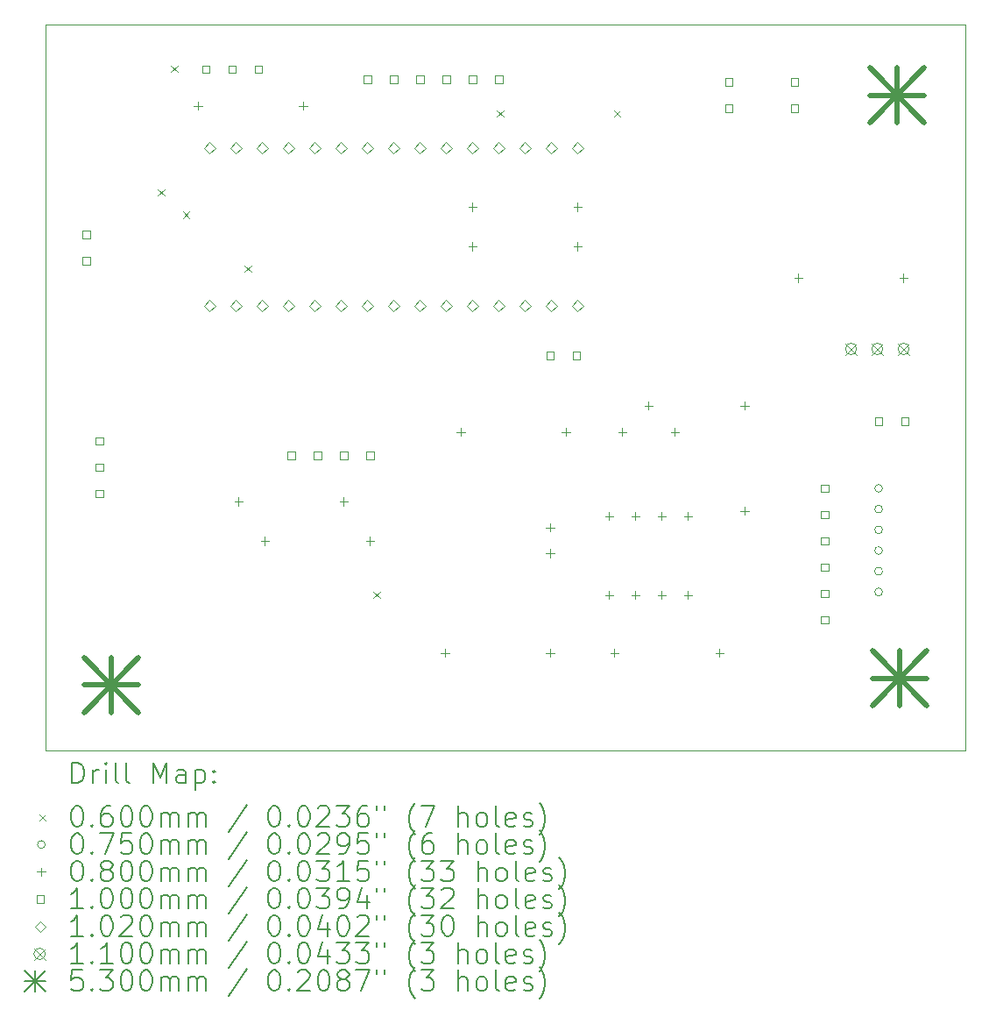
<source format=gbr>
%TF.GenerationSoftware,KiCad,Pcbnew,8.0.0*%
%TF.CreationDate,2025-05-22T18:52:06+02:00*%
%TF.ProjectId,Regul_Temp_L432KC,52656775-6c5f-4546-956d-705f4c343332,rev?*%
%TF.SameCoordinates,Original*%
%TF.FileFunction,Drillmap*%
%TF.FilePolarity,Positive*%
%FSLAX45Y45*%
G04 Gerber Fmt 4.5, Leading zero omitted, Abs format (unit mm)*
G04 Created by KiCad (PCBNEW 8.0.0) date 2025-05-22 18:52:06*
%MOMM*%
%LPD*%
G01*
G04 APERTURE LIST*
%ADD10C,0.050000*%
%ADD11C,0.200000*%
%ADD12C,0.100000*%
%ADD13C,0.102000*%
%ADD14C,0.110000*%
%ADD15C,0.530000*%
G04 APERTURE END LIST*
D10*
X17780000Y-8488600D02*
X26670000Y-8488600D01*
X26670000Y-15500000D01*
X17780000Y-15500000D01*
X17780000Y-8488600D01*
D11*
D12*
X18867600Y-10079200D02*
X18927600Y-10139200D01*
X18927600Y-10079200D02*
X18867600Y-10139200D01*
X18994600Y-8885400D02*
X19054600Y-8945400D01*
X19054600Y-8885400D02*
X18994600Y-8945400D01*
X19108900Y-10295100D02*
X19168900Y-10355100D01*
X19168900Y-10295100D02*
X19108900Y-10355100D01*
X19705800Y-10815800D02*
X19765800Y-10875800D01*
X19765800Y-10815800D02*
X19705800Y-10875800D01*
X20950400Y-13965400D02*
X21010400Y-14025400D01*
X21010400Y-13965400D02*
X20950400Y-14025400D01*
X22144200Y-9317200D02*
X22204200Y-9377200D01*
X22204200Y-9317200D02*
X22144200Y-9377200D01*
X23274500Y-9317200D02*
X23334500Y-9377200D01*
X23334500Y-9317200D02*
X23274500Y-9377200D01*
X25869300Y-12966700D02*
G75*
G02*
X25794300Y-12966700I-37500J0D01*
G01*
X25794300Y-12966700D02*
G75*
G02*
X25869300Y-12966700I37500J0D01*
G01*
X25869300Y-13166700D02*
G75*
G02*
X25794300Y-13166700I-37500J0D01*
G01*
X25794300Y-13166700D02*
G75*
G02*
X25869300Y-13166700I37500J0D01*
G01*
X25869300Y-13366700D02*
G75*
G02*
X25794300Y-13366700I-37500J0D01*
G01*
X25794300Y-13366700D02*
G75*
G02*
X25869300Y-13366700I37500J0D01*
G01*
X25869300Y-13566700D02*
G75*
G02*
X25794300Y-13566700I-37500J0D01*
G01*
X25794300Y-13566700D02*
G75*
G02*
X25869300Y-13566700I37500J0D01*
G01*
X25869300Y-13766700D02*
G75*
G02*
X25794300Y-13766700I-37500J0D01*
G01*
X25794300Y-13766700D02*
G75*
G02*
X25869300Y-13766700I37500J0D01*
G01*
X25869300Y-13966700D02*
G75*
G02*
X25794300Y-13966700I-37500J0D01*
G01*
X25794300Y-13966700D02*
G75*
G02*
X25869300Y-13966700I37500J0D01*
G01*
X19253200Y-9231000D02*
X19253200Y-9311000D01*
X19213200Y-9271000D02*
X19293200Y-9271000D01*
X19646900Y-13053700D02*
X19646900Y-13133700D01*
X19606900Y-13093700D02*
X19686900Y-13093700D01*
X19900900Y-13434700D02*
X19900900Y-13514700D01*
X19860900Y-13474700D02*
X19940900Y-13474700D01*
X20269200Y-9231000D02*
X20269200Y-9311000D01*
X20229200Y-9271000D02*
X20309200Y-9271000D01*
X20662900Y-13053700D02*
X20662900Y-13133700D01*
X20622900Y-13093700D02*
X20702900Y-13093700D01*
X20916900Y-13434700D02*
X20916900Y-13514700D01*
X20876900Y-13474700D02*
X20956900Y-13474700D01*
X21640800Y-14514200D02*
X21640800Y-14594200D01*
X21600800Y-14554200D02*
X21680800Y-14554200D01*
X21793200Y-12380600D02*
X21793200Y-12460600D01*
X21753200Y-12420600D02*
X21833200Y-12420600D01*
X21907500Y-10208900D02*
X21907500Y-10288900D01*
X21867500Y-10248900D02*
X21947500Y-10248900D01*
X21907500Y-10589900D02*
X21907500Y-10669900D01*
X21867500Y-10629900D02*
X21947500Y-10629900D01*
X22656800Y-13303977D02*
X22656800Y-13383977D01*
X22616800Y-13343977D02*
X22696800Y-13343977D01*
X22656800Y-13553977D02*
X22656800Y-13633977D01*
X22616800Y-13593977D02*
X22696800Y-13593977D01*
X22656800Y-14514200D02*
X22656800Y-14594200D01*
X22616800Y-14554200D02*
X22696800Y-14554200D01*
X22809200Y-12380600D02*
X22809200Y-12460600D01*
X22769200Y-12420600D02*
X22849200Y-12420600D01*
X22923500Y-10208900D02*
X22923500Y-10288900D01*
X22883500Y-10248900D02*
X22963500Y-10248900D01*
X22923500Y-10589900D02*
X22923500Y-10669900D01*
X22883500Y-10629900D02*
X22963500Y-10629900D01*
X23228300Y-13193400D02*
X23228300Y-13273400D01*
X23188300Y-13233400D02*
X23268300Y-13233400D01*
X23228300Y-13955400D02*
X23228300Y-14035400D01*
X23188300Y-13995400D02*
X23268300Y-13995400D01*
X23279100Y-14514200D02*
X23279100Y-14594200D01*
X23239100Y-14554200D02*
X23319100Y-14554200D01*
X23355300Y-12380600D02*
X23355300Y-12460600D01*
X23315300Y-12420600D02*
X23395300Y-12420600D01*
X23482300Y-13193400D02*
X23482300Y-13273400D01*
X23442300Y-13233400D02*
X23522300Y-13233400D01*
X23482300Y-13955400D02*
X23482300Y-14035400D01*
X23442300Y-13995400D02*
X23522300Y-13995400D01*
X23609300Y-12126600D02*
X23609300Y-12206600D01*
X23569300Y-12166600D02*
X23649300Y-12166600D01*
X23736300Y-13193400D02*
X23736300Y-13273400D01*
X23696300Y-13233400D02*
X23776300Y-13233400D01*
X23736300Y-13955400D02*
X23736300Y-14035400D01*
X23696300Y-13995400D02*
X23776300Y-13995400D01*
X23863300Y-12380600D02*
X23863300Y-12460600D01*
X23823300Y-12420600D02*
X23903300Y-12420600D01*
X23990300Y-13193400D02*
X23990300Y-13273400D01*
X23950300Y-13233400D02*
X24030300Y-13233400D01*
X23990300Y-13955400D02*
X23990300Y-14035400D01*
X23950300Y-13995400D02*
X24030300Y-13995400D01*
X24295100Y-14514200D02*
X24295100Y-14594200D01*
X24255100Y-14554200D02*
X24335100Y-14554200D01*
X24536400Y-12126600D02*
X24536400Y-12206600D01*
X24496400Y-12166600D02*
X24576400Y-12166600D01*
X24536400Y-13142600D02*
X24536400Y-13222600D01*
X24496400Y-13182600D02*
X24576400Y-13182600D01*
X25057100Y-10894700D02*
X25057100Y-10974700D01*
X25017100Y-10934700D02*
X25097100Y-10934700D01*
X26073100Y-10894700D02*
X26073100Y-10974700D01*
X26033100Y-10934700D02*
X26113100Y-10934700D01*
X18209056Y-10550956D02*
X18209056Y-10480244D01*
X18138344Y-10480244D01*
X18138344Y-10550956D01*
X18209056Y-10550956D01*
X18209056Y-10804956D02*
X18209056Y-10734244D01*
X18138344Y-10734244D01*
X18138344Y-10804956D01*
X18209056Y-10804956D01*
X18336056Y-12544856D02*
X18336056Y-12474144D01*
X18265344Y-12474144D01*
X18265344Y-12544856D01*
X18336056Y-12544856D01*
X18336056Y-12798856D02*
X18336056Y-12728144D01*
X18265344Y-12728144D01*
X18265344Y-12798856D01*
X18336056Y-12798856D01*
X18336056Y-13052856D02*
X18336056Y-12982144D01*
X18265344Y-12982144D01*
X18265344Y-13052856D01*
X18336056Y-13052856D01*
X19363256Y-8953256D02*
X19363256Y-8882544D01*
X19292544Y-8882544D01*
X19292544Y-8953256D01*
X19363256Y-8953256D01*
X19617256Y-8953256D02*
X19617256Y-8882544D01*
X19546544Y-8882544D01*
X19546544Y-8953256D01*
X19617256Y-8953256D01*
X19871256Y-8953256D02*
X19871256Y-8882544D01*
X19800544Y-8882544D01*
X19800544Y-8953256D01*
X19871256Y-8953256D01*
X20190256Y-12684556D02*
X20190256Y-12613844D01*
X20119544Y-12613844D01*
X20119544Y-12684556D01*
X20190256Y-12684556D01*
X20444256Y-12684556D02*
X20444256Y-12613844D01*
X20373544Y-12613844D01*
X20373544Y-12684556D01*
X20444256Y-12684556D01*
X20698256Y-12684556D02*
X20698256Y-12613844D01*
X20627544Y-12613844D01*
X20627544Y-12684556D01*
X20698256Y-12684556D01*
X20926856Y-9052356D02*
X20926856Y-8981644D01*
X20856144Y-8981644D01*
X20856144Y-9052356D01*
X20926856Y-9052356D01*
X20952256Y-12684556D02*
X20952256Y-12613844D01*
X20881544Y-12613844D01*
X20881544Y-12684556D01*
X20952256Y-12684556D01*
X21180856Y-9052356D02*
X21180856Y-8981644D01*
X21110144Y-8981644D01*
X21110144Y-9052356D01*
X21180856Y-9052356D01*
X21434856Y-9052356D02*
X21434856Y-8981644D01*
X21364144Y-8981644D01*
X21364144Y-9052356D01*
X21434856Y-9052356D01*
X21688856Y-9052356D02*
X21688856Y-8981644D01*
X21618144Y-8981644D01*
X21618144Y-9052356D01*
X21688856Y-9052356D01*
X21942856Y-9052356D02*
X21942856Y-8981644D01*
X21872144Y-8981644D01*
X21872144Y-9052356D01*
X21942856Y-9052356D01*
X22196856Y-9052356D02*
X22196856Y-8981644D01*
X22126144Y-8981644D01*
X22126144Y-9052356D01*
X22196856Y-9052356D01*
X22692156Y-11719356D02*
X22692156Y-11648644D01*
X22621444Y-11648644D01*
X22621444Y-11719356D01*
X22692156Y-11719356D01*
X22946156Y-11719356D02*
X22946156Y-11648644D01*
X22875444Y-11648644D01*
X22875444Y-11719356D01*
X22946156Y-11719356D01*
X24419356Y-9077756D02*
X24419356Y-9007044D01*
X24348644Y-9007044D01*
X24348644Y-9077756D01*
X24419356Y-9077756D01*
X24419356Y-9331756D02*
X24419356Y-9261044D01*
X24348644Y-9261044D01*
X24348644Y-9331756D01*
X24419356Y-9331756D01*
X25054356Y-9077756D02*
X25054356Y-9007044D01*
X24983644Y-9007044D01*
X24983644Y-9077756D01*
X25054356Y-9077756D01*
X25054356Y-9331756D02*
X25054356Y-9261044D01*
X24983644Y-9261044D01*
X24983644Y-9331756D01*
X25054356Y-9331756D01*
X25346456Y-13002056D02*
X25346456Y-12931344D01*
X25275744Y-12931344D01*
X25275744Y-13002056D01*
X25346456Y-13002056D01*
X25346456Y-13256056D02*
X25346456Y-13185344D01*
X25275744Y-13185344D01*
X25275744Y-13256056D01*
X25346456Y-13256056D01*
X25346456Y-13510056D02*
X25346456Y-13439344D01*
X25275744Y-13439344D01*
X25275744Y-13510056D01*
X25346456Y-13510056D01*
X25346456Y-13764056D02*
X25346456Y-13693344D01*
X25275744Y-13693344D01*
X25275744Y-13764056D01*
X25346456Y-13764056D01*
X25346456Y-14018056D02*
X25346456Y-13947344D01*
X25275744Y-13947344D01*
X25275744Y-14018056D01*
X25346456Y-14018056D01*
X25346456Y-14272056D02*
X25346456Y-14201344D01*
X25275744Y-14201344D01*
X25275744Y-14272056D01*
X25346456Y-14272056D01*
X25867156Y-12354356D02*
X25867156Y-12283644D01*
X25796444Y-12283644D01*
X25796444Y-12354356D01*
X25867156Y-12354356D01*
X26121156Y-12354356D02*
X26121156Y-12283644D01*
X26050444Y-12283644D01*
X26050444Y-12354356D01*
X26121156Y-12354356D01*
D13*
X19367500Y-9728400D02*
X19418500Y-9677400D01*
X19367500Y-9626400D01*
X19316500Y-9677400D01*
X19367500Y-9728400D01*
X19367500Y-11252400D02*
X19418500Y-11201400D01*
X19367500Y-11150400D01*
X19316500Y-11201400D01*
X19367500Y-11252400D01*
X19621500Y-9728400D02*
X19672500Y-9677400D01*
X19621500Y-9626400D01*
X19570500Y-9677400D01*
X19621500Y-9728400D01*
X19621500Y-11252400D02*
X19672500Y-11201400D01*
X19621500Y-11150400D01*
X19570500Y-11201400D01*
X19621500Y-11252400D01*
X19875500Y-9728400D02*
X19926500Y-9677400D01*
X19875500Y-9626400D01*
X19824500Y-9677400D01*
X19875500Y-9728400D01*
X19875500Y-11252400D02*
X19926500Y-11201400D01*
X19875500Y-11150400D01*
X19824500Y-11201400D01*
X19875500Y-11252400D01*
X20129500Y-9728400D02*
X20180500Y-9677400D01*
X20129500Y-9626400D01*
X20078500Y-9677400D01*
X20129500Y-9728400D01*
X20129500Y-11252400D02*
X20180500Y-11201400D01*
X20129500Y-11150400D01*
X20078500Y-11201400D01*
X20129500Y-11252400D01*
X20383500Y-9728400D02*
X20434500Y-9677400D01*
X20383500Y-9626400D01*
X20332500Y-9677400D01*
X20383500Y-9728400D01*
X20383500Y-11252400D02*
X20434500Y-11201400D01*
X20383500Y-11150400D01*
X20332500Y-11201400D01*
X20383500Y-11252400D01*
X20637500Y-9728400D02*
X20688500Y-9677400D01*
X20637500Y-9626400D01*
X20586500Y-9677400D01*
X20637500Y-9728400D01*
X20637500Y-11252400D02*
X20688500Y-11201400D01*
X20637500Y-11150400D01*
X20586500Y-11201400D01*
X20637500Y-11252400D01*
X20891500Y-9728400D02*
X20942500Y-9677400D01*
X20891500Y-9626400D01*
X20840500Y-9677400D01*
X20891500Y-9728400D01*
X20891500Y-11252400D02*
X20942500Y-11201400D01*
X20891500Y-11150400D01*
X20840500Y-11201400D01*
X20891500Y-11252400D01*
X21145500Y-9728400D02*
X21196500Y-9677400D01*
X21145500Y-9626400D01*
X21094500Y-9677400D01*
X21145500Y-9728400D01*
X21145500Y-11252400D02*
X21196500Y-11201400D01*
X21145500Y-11150400D01*
X21094500Y-11201400D01*
X21145500Y-11252400D01*
X21399500Y-9728400D02*
X21450500Y-9677400D01*
X21399500Y-9626400D01*
X21348500Y-9677400D01*
X21399500Y-9728400D01*
X21399500Y-11252400D02*
X21450500Y-11201400D01*
X21399500Y-11150400D01*
X21348500Y-11201400D01*
X21399500Y-11252400D01*
X21653500Y-9728400D02*
X21704500Y-9677400D01*
X21653500Y-9626400D01*
X21602500Y-9677400D01*
X21653500Y-9728400D01*
X21653500Y-11252400D02*
X21704500Y-11201400D01*
X21653500Y-11150400D01*
X21602500Y-11201400D01*
X21653500Y-11252400D01*
X21907500Y-9728400D02*
X21958500Y-9677400D01*
X21907500Y-9626400D01*
X21856500Y-9677400D01*
X21907500Y-9728400D01*
X21907500Y-11252400D02*
X21958500Y-11201400D01*
X21907500Y-11150400D01*
X21856500Y-11201400D01*
X21907500Y-11252400D01*
X22161500Y-9728400D02*
X22212500Y-9677400D01*
X22161500Y-9626400D01*
X22110500Y-9677400D01*
X22161500Y-9728400D01*
X22161500Y-11252400D02*
X22212500Y-11201400D01*
X22161500Y-11150400D01*
X22110500Y-11201400D01*
X22161500Y-11252400D01*
X22415500Y-9728400D02*
X22466500Y-9677400D01*
X22415500Y-9626400D01*
X22364500Y-9677400D01*
X22415500Y-9728400D01*
X22415500Y-11252400D02*
X22466500Y-11201400D01*
X22415500Y-11150400D01*
X22364500Y-11201400D01*
X22415500Y-11252400D01*
X22669500Y-9728400D02*
X22720500Y-9677400D01*
X22669500Y-9626400D01*
X22618500Y-9677400D01*
X22669500Y-9728400D01*
X22669500Y-11252400D02*
X22720500Y-11201400D01*
X22669500Y-11150400D01*
X22618500Y-11201400D01*
X22669500Y-11252400D01*
X22923500Y-9728400D02*
X22974500Y-9677400D01*
X22923500Y-9626400D01*
X22872500Y-9677400D01*
X22923500Y-9728400D01*
X22923500Y-11252400D02*
X22974500Y-11201400D01*
X22923500Y-11150400D01*
X22872500Y-11201400D01*
X22923500Y-11252400D01*
D14*
X25510100Y-11565500D02*
X25620100Y-11675500D01*
X25620100Y-11565500D02*
X25510100Y-11675500D01*
X25620100Y-11620500D02*
G75*
G02*
X25510100Y-11620500I-55000J0D01*
G01*
X25510100Y-11620500D02*
G75*
G02*
X25620100Y-11620500I55000J0D01*
G01*
X25764100Y-11565500D02*
X25874100Y-11675500D01*
X25874100Y-11565500D02*
X25764100Y-11675500D01*
X25874100Y-11620500D02*
G75*
G02*
X25764100Y-11620500I-55000J0D01*
G01*
X25764100Y-11620500D02*
G75*
G02*
X25874100Y-11620500I55000J0D01*
G01*
X26018100Y-11565500D02*
X26128100Y-11675500D01*
X26128100Y-11565500D02*
X26018100Y-11675500D01*
X26128100Y-11620500D02*
G75*
G02*
X26018100Y-11620500I-55000J0D01*
G01*
X26018100Y-11620500D02*
G75*
G02*
X26128100Y-11620500I55000J0D01*
G01*
D15*
X18150000Y-14600000D02*
X18680000Y-15130000D01*
X18680000Y-14600000D02*
X18150000Y-15130000D01*
X18415000Y-14600000D02*
X18415000Y-15130000D01*
X18150000Y-14865000D02*
X18680000Y-14865000D01*
X25744600Y-8904400D02*
X26274600Y-9434400D01*
X26274600Y-8904400D02*
X25744600Y-9434400D01*
X26009600Y-8904400D02*
X26009600Y-9434400D01*
X25744600Y-9169400D02*
X26274600Y-9169400D01*
X25770000Y-14535000D02*
X26300000Y-15065000D01*
X26300000Y-14535000D02*
X25770000Y-15065000D01*
X26035000Y-14535000D02*
X26035000Y-15065000D01*
X25770000Y-14800000D02*
X26300000Y-14800000D01*
D11*
X18038277Y-15813984D02*
X18038277Y-15613984D01*
X18038277Y-15613984D02*
X18085896Y-15613984D01*
X18085896Y-15613984D02*
X18114467Y-15623508D01*
X18114467Y-15623508D02*
X18133515Y-15642555D01*
X18133515Y-15642555D02*
X18143039Y-15661603D01*
X18143039Y-15661603D02*
X18152563Y-15699698D01*
X18152563Y-15699698D02*
X18152563Y-15728269D01*
X18152563Y-15728269D02*
X18143039Y-15766365D01*
X18143039Y-15766365D02*
X18133515Y-15785412D01*
X18133515Y-15785412D02*
X18114467Y-15804460D01*
X18114467Y-15804460D02*
X18085896Y-15813984D01*
X18085896Y-15813984D02*
X18038277Y-15813984D01*
X18238277Y-15813984D02*
X18238277Y-15680650D01*
X18238277Y-15718746D02*
X18247801Y-15699698D01*
X18247801Y-15699698D02*
X18257324Y-15690174D01*
X18257324Y-15690174D02*
X18276372Y-15680650D01*
X18276372Y-15680650D02*
X18295420Y-15680650D01*
X18362086Y-15813984D02*
X18362086Y-15680650D01*
X18362086Y-15613984D02*
X18352563Y-15623508D01*
X18352563Y-15623508D02*
X18362086Y-15633031D01*
X18362086Y-15633031D02*
X18371610Y-15623508D01*
X18371610Y-15623508D02*
X18362086Y-15613984D01*
X18362086Y-15613984D02*
X18362086Y-15633031D01*
X18485896Y-15813984D02*
X18466848Y-15804460D01*
X18466848Y-15804460D02*
X18457324Y-15785412D01*
X18457324Y-15785412D02*
X18457324Y-15613984D01*
X18590658Y-15813984D02*
X18571610Y-15804460D01*
X18571610Y-15804460D02*
X18562086Y-15785412D01*
X18562086Y-15785412D02*
X18562086Y-15613984D01*
X18819229Y-15813984D02*
X18819229Y-15613984D01*
X18819229Y-15613984D02*
X18885896Y-15756841D01*
X18885896Y-15756841D02*
X18952563Y-15613984D01*
X18952563Y-15613984D02*
X18952563Y-15813984D01*
X19133515Y-15813984D02*
X19133515Y-15709222D01*
X19133515Y-15709222D02*
X19123991Y-15690174D01*
X19123991Y-15690174D02*
X19104944Y-15680650D01*
X19104944Y-15680650D02*
X19066848Y-15680650D01*
X19066848Y-15680650D02*
X19047801Y-15690174D01*
X19133515Y-15804460D02*
X19114467Y-15813984D01*
X19114467Y-15813984D02*
X19066848Y-15813984D01*
X19066848Y-15813984D02*
X19047801Y-15804460D01*
X19047801Y-15804460D02*
X19038277Y-15785412D01*
X19038277Y-15785412D02*
X19038277Y-15766365D01*
X19038277Y-15766365D02*
X19047801Y-15747317D01*
X19047801Y-15747317D02*
X19066848Y-15737793D01*
X19066848Y-15737793D02*
X19114467Y-15737793D01*
X19114467Y-15737793D02*
X19133515Y-15728269D01*
X19228753Y-15680650D02*
X19228753Y-15880650D01*
X19228753Y-15690174D02*
X19247801Y-15680650D01*
X19247801Y-15680650D02*
X19285896Y-15680650D01*
X19285896Y-15680650D02*
X19304944Y-15690174D01*
X19304944Y-15690174D02*
X19314467Y-15699698D01*
X19314467Y-15699698D02*
X19323991Y-15718746D01*
X19323991Y-15718746D02*
X19323991Y-15775888D01*
X19323991Y-15775888D02*
X19314467Y-15794936D01*
X19314467Y-15794936D02*
X19304944Y-15804460D01*
X19304944Y-15804460D02*
X19285896Y-15813984D01*
X19285896Y-15813984D02*
X19247801Y-15813984D01*
X19247801Y-15813984D02*
X19228753Y-15804460D01*
X19409705Y-15794936D02*
X19419229Y-15804460D01*
X19419229Y-15804460D02*
X19409705Y-15813984D01*
X19409705Y-15813984D02*
X19400182Y-15804460D01*
X19400182Y-15804460D02*
X19409705Y-15794936D01*
X19409705Y-15794936D02*
X19409705Y-15813984D01*
X19409705Y-15690174D02*
X19419229Y-15699698D01*
X19419229Y-15699698D02*
X19409705Y-15709222D01*
X19409705Y-15709222D02*
X19400182Y-15699698D01*
X19400182Y-15699698D02*
X19409705Y-15690174D01*
X19409705Y-15690174D02*
X19409705Y-15709222D01*
D12*
X17717500Y-16112500D02*
X17777500Y-16172500D01*
X17777500Y-16112500D02*
X17717500Y-16172500D01*
D11*
X18076372Y-16033984D02*
X18095420Y-16033984D01*
X18095420Y-16033984D02*
X18114467Y-16043508D01*
X18114467Y-16043508D02*
X18123991Y-16053031D01*
X18123991Y-16053031D02*
X18133515Y-16072079D01*
X18133515Y-16072079D02*
X18143039Y-16110174D01*
X18143039Y-16110174D02*
X18143039Y-16157793D01*
X18143039Y-16157793D02*
X18133515Y-16195888D01*
X18133515Y-16195888D02*
X18123991Y-16214936D01*
X18123991Y-16214936D02*
X18114467Y-16224460D01*
X18114467Y-16224460D02*
X18095420Y-16233984D01*
X18095420Y-16233984D02*
X18076372Y-16233984D01*
X18076372Y-16233984D02*
X18057324Y-16224460D01*
X18057324Y-16224460D02*
X18047801Y-16214936D01*
X18047801Y-16214936D02*
X18038277Y-16195888D01*
X18038277Y-16195888D02*
X18028753Y-16157793D01*
X18028753Y-16157793D02*
X18028753Y-16110174D01*
X18028753Y-16110174D02*
X18038277Y-16072079D01*
X18038277Y-16072079D02*
X18047801Y-16053031D01*
X18047801Y-16053031D02*
X18057324Y-16043508D01*
X18057324Y-16043508D02*
X18076372Y-16033984D01*
X18228753Y-16214936D02*
X18238277Y-16224460D01*
X18238277Y-16224460D02*
X18228753Y-16233984D01*
X18228753Y-16233984D02*
X18219229Y-16224460D01*
X18219229Y-16224460D02*
X18228753Y-16214936D01*
X18228753Y-16214936D02*
X18228753Y-16233984D01*
X18409705Y-16033984D02*
X18371610Y-16033984D01*
X18371610Y-16033984D02*
X18352563Y-16043508D01*
X18352563Y-16043508D02*
X18343039Y-16053031D01*
X18343039Y-16053031D02*
X18323991Y-16081603D01*
X18323991Y-16081603D02*
X18314467Y-16119698D01*
X18314467Y-16119698D02*
X18314467Y-16195888D01*
X18314467Y-16195888D02*
X18323991Y-16214936D01*
X18323991Y-16214936D02*
X18333515Y-16224460D01*
X18333515Y-16224460D02*
X18352563Y-16233984D01*
X18352563Y-16233984D02*
X18390658Y-16233984D01*
X18390658Y-16233984D02*
X18409705Y-16224460D01*
X18409705Y-16224460D02*
X18419229Y-16214936D01*
X18419229Y-16214936D02*
X18428753Y-16195888D01*
X18428753Y-16195888D02*
X18428753Y-16148269D01*
X18428753Y-16148269D02*
X18419229Y-16129222D01*
X18419229Y-16129222D02*
X18409705Y-16119698D01*
X18409705Y-16119698D02*
X18390658Y-16110174D01*
X18390658Y-16110174D02*
X18352563Y-16110174D01*
X18352563Y-16110174D02*
X18333515Y-16119698D01*
X18333515Y-16119698D02*
X18323991Y-16129222D01*
X18323991Y-16129222D02*
X18314467Y-16148269D01*
X18552563Y-16033984D02*
X18571610Y-16033984D01*
X18571610Y-16033984D02*
X18590658Y-16043508D01*
X18590658Y-16043508D02*
X18600182Y-16053031D01*
X18600182Y-16053031D02*
X18609705Y-16072079D01*
X18609705Y-16072079D02*
X18619229Y-16110174D01*
X18619229Y-16110174D02*
X18619229Y-16157793D01*
X18619229Y-16157793D02*
X18609705Y-16195888D01*
X18609705Y-16195888D02*
X18600182Y-16214936D01*
X18600182Y-16214936D02*
X18590658Y-16224460D01*
X18590658Y-16224460D02*
X18571610Y-16233984D01*
X18571610Y-16233984D02*
X18552563Y-16233984D01*
X18552563Y-16233984D02*
X18533515Y-16224460D01*
X18533515Y-16224460D02*
X18523991Y-16214936D01*
X18523991Y-16214936D02*
X18514467Y-16195888D01*
X18514467Y-16195888D02*
X18504944Y-16157793D01*
X18504944Y-16157793D02*
X18504944Y-16110174D01*
X18504944Y-16110174D02*
X18514467Y-16072079D01*
X18514467Y-16072079D02*
X18523991Y-16053031D01*
X18523991Y-16053031D02*
X18533515Y-16043508D01*
X18533515Y-16043508D02*
X18552563Y-16033984D01*
X18743039Y-16033984D02*
X18762086Y-16033984D01*
X18762086Y-16033984D02*
X18781134Y-16043508D01*
X18781134Y-16043508D02*
X18790658Y-16053031D01*
X18790658Y-16053031D02*
X18800182Y-16072079D01*
X18800182Y-16072079D02*
X18809705Y-16110174D01*
X18809705Y-16110174D02*
X18809705Y-16157793D01*
X18809705Y-16157793D02*
X18800182Y-16195888D01*
X18800182Y-16195888D02*
X18790658Y-16214936D01*
X18790658Y-16214936D02*
X18781134Y-16224460D01*
X18781134Y-16224460D02*
X18762086Y-16233984D01*
X18762086Y-16233984D02*
X18743039Y-16233984D01*
X18743039Y-16233984D02*
X18723991Y-16224460D01*
X18723991Y-16224460D02*
X18714467Y-16214936D01*
X18714467Y-16214936D02*
X18704944Y-16195888D01*
X18704944Y-16195888D02*
X18695420Y-16157793D01*
X18695420Y-16157793D02*
X18695420Y-16110174D01*
X18695420Y-16110174D02*
X18704944Y-16072079D01*
X18704944Y-16072079D02*
X18714467Y-16053031D01*
X18714467Y-16053031D02*
X18723991Y-16043508D01*
X18723991Y-16043508D02*
X18743039Y-16033984D01*
X18895420Y-16233984D02*
X18895420Y-16100650D01*
X18895420Y-16119698D02*
X18904944Y-16110174D01*
X18904944Y-16110174D02*
X18923991Y-16100650D01*
X18923991Y-16100650D02*
X18952563Y-16100650D01*
X18952563Y-16100650D02*
X18971610Y-16110174D01*
X18971610Y-16110174D02*
X18981134Y-16129222D01*
X18981134Y-16129222D02*
X18981134Y-16233984D01*
X18981134Y-16129222D02*
X18990658Y-16110174D01*
X18990658Y-16110174D02*
X19009705Y-16100650D01*
X19009705Y-16100650D02*
X19038277Y-16100650D01*
X19038277Y-16100650D02*
X19057325Y-16110174D01*
X19057325Y-16110174D02*
X19066848Y-16129222D01*
X19066848Y-16129222D02*
X19066848Y-16233984D01*
X19162086Y-16233984D02*
X19162086Y-16100650D01*
X19162086Y-16119698D02*
X19171610Y-16110174D01*
X19171610Y-16110174D02*
X19190658Y-16100650D01*
X19190658Y-16100650D02*
X19219229Y-16100650D01*
X19219229Y-16100650D02*
X19238277Y-16110174D01*
X19238277Y-16110174D02*
X19247801Y-16129222D01*
X19247801Y-16129222D02*
X19247801Y-16233984D01*
X19247801Y-16129222D02*
X19257325Y-16110174D01*
X19257325Y-16110174D02*
X19276372Y-16100650D01*
X19276372Y-16100650D02*
X19304944Y-16100650D01*
X19304944Y-16100650D02*
X19323991Y-16110174D01*
X19323991Y-16110174D02*
X19333515Y-16129222D01*
X19333515Y-16129222D02*
X19333515Y-16233984D01*
X19723991Y-16024460D02*
X19552563Y-16281603D01*
X19981134Y-16033984D02*
X20000182Y-16033984D01*
X20000182Y-16033984D02*
X20019229Y-16043508D01*
X20019229Y-16043508D02*
X20028753Y-16053031D01*
X20028753Y-16053031D02*
X20038277Y-16072079D01*
X20038277Y-16072079D02*
X20047801Y-16110174D01*
X20047801Y-16110174D02*
X20047801Y-16157793D01*
X20047801Y-16157793D02*
X20038277Y-16195888D01*
X20038277Y-16195888D02*
X20028753Y-16214936D01*
X20028753Y-16214936D02*
X20019229Y-16224460D01*
X20019229Y-16224460D02*
X20000182Y-16233984D01*
X20000182Y-16233984D02*
X19981134Y-16233984D01*
X19981134Y-16233984D02*
X19962087Y-16224460D01*
X19962087Y-16224460D02*
X19952563Y-16214936D01*
X19952563Y-16214936D02*
X19943039Y-16195888D01*
X19943039Y-16195888D02*
X19933515Y-16157793D01*
X19933515Y-16157793D02*
X19933515Y-16110174D01*
X19933515Y-16110174D02*
X19943039Y-16072079D01*
X19943039Y-16072079D02*
X19952563Y-16053031D01*
X19952563Y-16053031D02*
X19962087Y-16043508D01*
X19962087Y-16043508D02*
X19981134Y-16033984D01*
X20133515Y-16214936D02*
X20143039Y-16224460D01*
X20143039Y-16224460D02*
X20133515Y-16233984D01*
X20133515Y-16233984D02*
X20123991Y-16224460D01*
X20123991Y-16224460D02*
X20133515Y-16214936D01*
X20133515Y-16214936D02*
X20133515Y-16233984D01*
X20266848Y-16033984D02*
X20285896Y-16033984D01*
X20285896Y-16033984D02*
X20304944Y-16043508D01*
X20304944Y-16043508D02*
X20314468Y-16053031D01*
X20314468Y-16053031D02*
X20323991Y-16072079D01*
X20323991Y-16072079D02*
X20333515Y-16110174D01*
X20333515Y-16110174D02*
X20333515Y-16157793D01*
X20333515Y-16157793D02*
X20323991Y-16195888D01*
X20323991Y-16195888D02*
X20314468Y-16214936D01*
X20314468Y-16214936D02*
X20304944Y-16224460D01*
X20304944Y-16224460D02*
X20285896Y-16233984D01*
X20285896Y-16233984D02*
X20266848Y-16233984D01*
X20266848Y-16233984D02*
X20247801Y-16224460D01*
X20247801Y-16224460D02*
X20238277Y-16214936D01*
X20238277Y-16214936D02*
X20228753Y-16195888D01*
X20228753Y-16195888D02*
X20219229Y-16157793D01*
X20219229Y-16157793D02*
X20219229Y-16110174D01*
X20219229Y-16110174D02*
X20228753Y-16072079D01*
X20228753Y-16072079D02*
X20238277Y-16053031D01*
X20238277Y-16053031D02*
X20247801Y-16043508D01*
X20247801Y-16043508D02*
X20266848Y-16033984D01*
X20409706Y-16053031D02*
X20419229Y-16043508D01*
X20419229Y-16043508D02*
X20438277Y-16033984D01*
X20438277Y-16033984D02*
X20485896Y-16033984D01*
X20485896Y-16033984D02*
X20504944Y-16043508D01*
X20504944Y-16043508D02*
X20514468Y-16053031D01*
X20514468Y-16053031D02*
X20523991Y-16072079D01*
X20523991Y-16072079D02*
X20523991Y-16091127D01*
X20523991Y-16091127D02*
X20514468Y-16119698D01*
X20514468Y-16119698D02*
X20400182Y-16233984D01*
X20400182Y-16233984D02*
X20523991Y-16233984D01*
X20590658Y-16033984D02*
X20714468Y-16033984D01*
X20714468Y-16033984D02*
X20647801Y-16110174D01*
X20647801Y-16110174D02*
X20676372Y-16110174D01*
X20676372Y-16110174D02*
X20695420Y-16119698D01*
X20695420Y-16119698D02*
X20704944Y-16129222D01*
X20704944Y-16129222D02*
X20714468Y-16148269D01*
X20714468Y-16148269D02*
X20714468Y-16195888D01*
X20714468Y-16195888D02*
X20704944Y-16214936D01*
X20704944Y-16214936D02*
X20695420Y-16224460D01*
X20695420Y-16224460D02*
X20676372Y-16233984D01*
X20676372Y-16233984D02*
X20619229Y-16233984D01*
X20619229Y-16233984D02*
X20600182Y-16224460D01*
X20600182Y-16224460D02*
X20590658Y-16214936D01*
X20885896Y-16033984D02*
X20847801Y-16033984D01*
X20847801Y-16033984D02*
X20828753Y-16043508D01*
X20828753Y-16043508D02*
X20819229Y-16053031D01*
X20819229Y-16053031D02*
X20800182Y-16081603D01*
X20800182Y-16081603D02*
X20790658Y-16119698D01*
X20790658Y-16119698D02*
X20790658Y-16195888D01*
X20790658Y-16195888D02*
X20800182Y-16214936D01*
X20800182Y-16214936D02*
X20809706Y-16224460D01*
X20809706Y-16224460D02*
X20828753Y-16233984D01*
X20828753Y-16233984D02*
X20866849Y-16233984D01*
X20866849Y-16233984D02*
X20885896Y-16224460D01*
X20885896Y-16224460D02*
X20895420Y-16214936D01*
X20895420Y-16214936D02*
X20904944Y-16195888D01*
X20904944Y-16195888D02*
X20904944Y-16148269D01*
X20904944Y-16148269D02*
X20895420Y-16129222D01*
X20895420Y-16129222D02*
X20885896Y-16119698D01*
X20885896Y-16119698D02*
X20866849Y-16110174D01*
X20866849Y-16110174D02*
X20828753Y-16110174D01*
X20828753Y-16110174D02*
X20809706Y-16119698D01*
X20809706Y-16119698D02*
X20800182Y-16129222D01*
X20800182Y-16129222D02*
X20790658Y-16148269D01*
X20981134Y-16033984D02*
X20981134Y-16072079D01*
X21057325Y-16033984D02*
X21057325Y-16072079D01*
X21352563Y-16310174D02*
X21343039Y-16300650D01*
X21343039Y-16300650D02*
X21323991Y-16272079D01*
X21323991Y-16272079D02*
X21314468Y-16253031D01*
X21314468Y-16253031D02*
X21304944Y-16224460D01*
X21304944Y-16224460D02*
X21295420Y-16176841D01*
X21295420Y-16176841D02*
X21295420Y-16138746D01*
X21295420Y-16138746D02*
X21304944Y-16091127D01*
X21304944Y-16091127D02*
X21314468Y-16062555D01*
X21314468Y-16062555D02*
X21323991Y-16043508D01*
X21323991Y-16043508D02*
X21343039Y-16014936D01*
X21343039Y-16014936D02*
X21352563Y-16005412D01*
X21409706Y-16033984D02*
X21543039Y-16033984D01*
X21543039Y-16033984D02*
X21457325Y-16233984D01*
X21771611Y-16233984D02*
X21771611Y-16033984D01*
X21857325Y-16233984D02*
X21857325Y-16129222D01*
X21857325Y-16129222D02*
X21847801Y-16110174D01*
X21847801Y-16110174D02*
X21828753Y-16100650D01*
X21828753Y-16100650D02*
X21800182Y-16100650D01*
X21800182Y-16100650D02*
X21781134Y-16110174D01*
X21781134Y-16110174D02*
X21771611Y-16119698D01*
X21981134Y-16233984D02*
X21962087Y-16224460D01*
X21962087Y-16224460D02*
X21952563Y-16214936D01*
X21952563Y-16214936D02*
X21943039Y-16195888D01*
X21943039Y-16195888D02*
X21943039Y-16138746D01*
X21943039Y-16138746D02*
X21952563Y-16119698D01*
X21952563Y-16119698D02*
X21962087Y-16110174D01*
X21962087Y-16110174D02*
X21981134Y-16100650D01*
X21981134Y-16100650D02*
X22009706Y-16100650D01*
X22009706Y-16100650D02*
X22028753Y-16110174D01*
X22028753Y-16110174D02*
X22038277Y-16119698D01*
X22038277Y-16119698D02*
X22047801Y-16138746D01*
X22047801Y-16138746D02*
X22047801Y-16195888D01*
X22047801Y-16195888D02*
X22038277Y-16214936D01*
X22038277Y-16214936D02*
X22028753Y-16224460D01*
X22028753Y-16224460D02*
X22009706Y-16233984D01*
X22009706Y-16233984D02*
X21981134Y-16233984D01*
X22162087Y-16233984D02*
X22143039Y-16224460D01*
X22143039Y-16224460D02*
X22133515Y-16205412D01*
X22133515Y-16205412D02*
X22133515Y-16033984D01*
X22314468Y-16224460D02*
X22295420Y-16233984D01*
X22295420Y-16233984D02*
X22257325Y-16233984D01*
X22257325Y-16233984D02*
X22238277Y-16224460D01*
X22238277Y-16224460D02*
X22228753Y-16205412D01*
X22228753Y-16205412D02*
X22228753Y-16129222D01*
X22228753Y-16129222D02*
X22238277Y-16110174D01*
X22238277Y-16110174D02*
X22257325Y-16100650D01*
X22257325Y-16100650D02*
X22295420Y-16100650D01*
X22295420Y-16100650D02*
X22314468Y-16110174D01*
X22314468Y-16110174D02*
X22323992Y-16129222D01*
X22323992Y-16129222D02*
X22323992Y-16148269D01*
X22323992Y-16148269D02*
X22228753Y-16167317D01*
X22400182Y-16224460D02*
X22419230Y-16233984D01*
X22419230Y-16233984D02*
X22457325Y-16233984D01*
X22457325Y-16233984D02*
X22476372Y-16224460D01*
X22476372Y-16224460D02*
X22485896Y-16205412D01*
X22485896Y-16205412D02*
X22485896Y-16195888D01*
X22485896Y-16195888D02*
X22476372Y-16176841D01*
X22476372Y-16176841D02*
X22457325Y-16167317D01*
X22457325Y-16167317D02*
X22428753Y-16167317D01*
X22428753Y-16167317D02*
X22409706Y-16157793D01*
X22409706Y-16157793D02*
X22400182Y-16138746D01*
X22400182Y-16138746D02*
X22400182Y-16129222D01*
X22400182Y-16129222D02*
X22409706Y-16110174D01*
X22409706Y-16110174D02*
X22428753Y-16100650D01*
X22428753Y-16100650D02*
X22457325Y-16100650D01*
X22457325Y-16100650D02*
X22476372Y-16110174D01*
X22552563Y-16310174D02*
X22562087Y-16300650D01*
X22562087Y-16300650D02*
X22581134Y-16272079D01*
X22581134Y-16272079D02*
X22590658Y-16253031D01*
X22590658Y-16253031D02*
X22600182Y-16224460D01*
X22600182Y-16224460D02*
X22609706Y-16176841D01*
X22609706Y-16176841D02*
X22609706Y-16138746D01*
X22609706Y-16138746D02*
X22600182Y-16091127D01*
X22600182Y-16091127D02*
X22590658Y-16062555D01*
X22590658Y-16062555D02*
X22581134Y-16043508D01*
X22581134Y-16043508D02*
X22562087Y-16014936D01*
X22562087Y-16014936D02*
X22552563Y-16005412D01*
D12*
X17777500Y-16406500D02*
G75*
G02*
X17702500Y-16406500I-37500J0D01*
G01*
X17702500Y-16406500D02*
G75*
G02*
X17777500Y-16406500I37500J0D01*
G01*
D11*
X18076372Y-16297984D02*
X18095420Y-16297984D01*
X18095420Y-16297984D02*
X18114467Y-16307508D01*
X18114467Y-16307508D02*
X18123991Y-16317031D01*
X18123991Y-16317031D02*
X18133515Y-16336079D01*
X18133515Y-16336079D02*
X18143039Y-16374174D01*
X18143039Y-16374174D02*
X18143039Y-16421793D01*
X18143039Y-16421793D02*
X18133515Y-16459888D01*
X18133515Y-16459888D02*
X18123991Y-16478936D01*
X18123991Y-16478936D02*
X18114467Y-16488460D01*
X18114467Y-16488460D02*
X18095420Y-16497984D01*
X18095420Y-16497984D02*
X18076372Y-16497984D01*
X18076372Y-16497984D02*
X18057324Y-16488460D01*
X18057324Y-16488460D02*
X18047801Y-16478936D01*
X18047801Y-16478936D02*
X18038277Y-16459888D01*
X18038277Y-16459888D02*
X18028753Y-16421793D01*
X18028753Y-16421793D02*
X18028753Y-16374174D01*
X18028753Y-16374174D02*
X18038277Y-16336079D01*
X18038277Y-16336079D02*
X18047801Y-16317031D01*
X18047801Y-16317031D02*
X18057324Y-16307508D01*
X18057324Y-16307508D02*
X18076372Y-16297984D01*
X18228753Y-16478936D02*
X18238277Y-16488460D01*
X18238277Y-16488460D02*
X18228753Y-16497984D01*
X18228753Y-16497984D02*
X18219229Y-16488460D01*
X18219229Y-16488460D02*
X18228753Y-16478936D01*
X18228753Y-16478936D02*
X18228753Y-16497984D01*
X18304944Y-16297984D02*
X18438277Y-16297984D01*
X18438277Y-16297984D02*
X18352563Y-16497984D01*
X18609705Y-16297984D02*
X18514467Y-16297984D01*
X18514467Y-16297984D02*
X18504944Y-16393222D01*
X18504944Y-16393222D02*
X18514467Y-16383698D01*
X18514467Y-16383698D02*
X18533515Y-16374174D01*
X18533515Y-16374174D02*
X18581134Y-16374174D01*
X18581134Y-16374174D02*
X18600182Y-16383698D01*
X18600182Y-16383698D02*
X18609705Y-16393222D01*
X18609705Y-16393222D02*
X18619229Y-16412269D01*
X18619229Y-16412269D02*
X18619229Y-16459888D01*
X18619229Y-16459888D02*
X18609705Y-16478936D01*
X18609705Y-16478936D02*
X18600182Y-16488460D01*
X18600182Y-16488460D02*
X18581134Y-16497984D01*
X18581134Y-16497984D02*
X18533515Y-16497984D01*
X18533515Y-16497984D02*
X18514467Y-16488460D01*
X18514467Y-16488460D02*
X18504944Y-16478936D01*
X18743039Y-16297984D02*
X18762086Y-16297984D01*
X18762086Y-16297984D02*
X18781134Y-16307508D01*
X18781134Y-16307508D02*
X18790658Y-16317031D01*
X18790658Y-16317031D02*
X18800182Y-16336079D01*
X18800182Y-16336079D02*
X18809705Y-16374174D01*
X18809705Y-16374174D02*
X18809705Y-16421793D01*
X18809705Y-16421793D02*
X18800182Y-16459888D01*
X18800182Y-16459888D02*
X18790658Y-16478936D01*
X18790658Y-16478936D02*
X18781134Y-16488460D01*
X18781134Y-16488460D02*
X18762086Y-16497984D01*
X18762086Y-16497984D02*
X18743039Y-16497984D01*
X18743039Y-16497984D02*
X18723991Y-16488460D01*
X18723991Y-16488460D02*
X18714467Y-16478936D01*
X18714467Y-16478936D02*
X18704944Y-16459888D01*
X18704944Y-16459888D02*
X18695420Y-16421793D01*
X18695420Y-16421793D02*
X18695420Y-16374174D01*
X18695420Y-16374174D02*
X18704944Y-16336079D01*
X18704944Y-16336079D02*
X18714467Y-16317031D01*
X18714467Y-16317031D02*
X18723991Y-16307508D01*
X18723991Y-16307508D02*
X18743039Y-16297984D01*
X18895420Y-16497984D02*
X18895420Y-16364650D01*
X18895420Y-16383698D02*
X18904944Y-16374174D01*
X18904944Y-16374174D02*
X18923991Y-16364650D01*
X18923991Y-16364650D02*
X18952563Y-16364650D01*
X18952563Y-16364650D02*
X18971610Y-16374174D01*
X18971610Y-16374174D02*
X18981134Y-16393222D01*
X18981134Y-16393222D02*
X18981134Y-16497984D01*
X18981134Y-16393222D02*
X18990658Y-16374174D01*
X18990658Y-16374174D02*
X19009705Y-16364650D01*
X19009705Y-16364650D02*
X19038277Y-16364650D01*
X19038277Y-16364650D02*
X19057325Y-16374174D01*
X19057325Y-16374174D02*
X19066848Y-16393222D01*
X19066848Y-16393222D02*
X19066848Y-16497984D01*
X19162086Y-16497984D02*
X19162086Y-16364650D01*
X19162086Y-16383698D02*
X19171610Y-16374174D01*
X19171610Y-16374174D02*
X19190658Y-16364650D01*
X19190658Y-16364650D02*
X19219229Y-16364650D01*
X19219229Y-16364650D02*
X19238277Y-16374174D01*
X19238277Y-16374174D02*
X19247801Y-16393222D01*
X19247801Y-16393222D02*
X19247801Y-16497984D01*
X19247801Y-16393222D02*
X19257325Y-16374174D01*
X19257325Y-16374174D02*
X19276372Y-16364650D01*
X19276372Y-16364650D02*
X19304944Y-16364650D01*
X19304944Y-16364650D02*
X19323991Y-16374174D01*
X19323991Y-16374174D02*
X19333515Y-16393222D01*
X19333515Y-16393222D02*
X19333515Y-16497984D01*
X19723991Y-16288460D02*
X19552563Y-16545603D01*
X19981134Y-16297984D02*
X20000182Y-16297984D01*
X20000182Y-16297984D02*
X20019229Y-16307508D01*
X20019229Y-16307508D02*
X20028753Y-16317031D01*
X20028753Y-16317031D02*
X20038277Y-16336079D01*
X20038277Y-16336079D02*
X20047801Y-16374174D01*
X20047801Y-16374174D02*
X20047801Y-16421793D01*
X20047801Y-16421793D02*
X20038277Y-16459888D01*
X20038277Y-16459888D02*
X20028753Y-16478936D01*
X20028753Y-16478936D02*
X20019229Y-16488460D01*
X20019229Y-16488460D02*
X20000182Y-16497984D01*
X20000182Y-16497984D02*
X19981134Y-16497984D01*
X19981134Y-16497984D02*
X19962087Y-16488460D01*
X19962087Y-16488460D02*
X19952563Y-16478936D01*
X19952563Y-16478936D02*
X19943039Y-16459888D01*
X19943039Y-16459888D02*
X19933515Y-16421793D01*
X19933515Y-16421793D02*
X19933515Y-16374174D01*
X19933515Y-16374174D02*
X19943039Y-16336079D01*
X19943039Y-16336079D02*
X19952563Y-16317031D01*
X19952563Y-16317031D02*
X19962087Y-16307508D01*
X19962087Y-16307508D02*
X19981134Y-16297984D01*
X20133515Y-16478936D02*
X20143039Y-16488460D01*
X20143039Y-16488460D02*
X20133515Y-16497984D01*
X20133515Y-16497984D02*
X20123991Y-16488460D01*
X20123991Y-16488460D02*
X20133515Y-16478936D01*
X20133515Y-16478936D02*
X20133515Y-16497984D01*
X20266848Y-16297984D02*
X20285896Y-16297984D01*
X20285896Y-16297984D02*
X20304944Y-16307508D01*
X20304944Y-16307508D02*
X20314468Y-16317031D01*
X20314468Y-16317031D02*
X20323991Y-16336079D01*
X20323991Y-16336079D02*
X20333515Y-16374174D01*
X20333515Y-16374174D02*
X20333515Y-16421793D01*
X20333515Y-16421793D02*
X20323991Y-16459888D01*
X20323991Y-16459888D02*
X20314468Y-16478936D01*
X20314468Y-16478936D02*
X20304944Y-16488460D01*
X20304944Y-16488460D02*
X20285896Y-16497984D01*
X20285896Y-16497984D02*
X20266848Y-16497984D01*
X20266848Y-16497984D02*
X20247801Y-16488460D01*
X20247801Y-16488460D02*
X20238277Y-16478936D01*
X20238277Y-16478936D02*
X20228753Y-16459888D01*
X20228753Y-16459888D02*
X20219229Y-16421793D01*
X20219229Y-16421793D02*
X20219229Y-16374174D01*
X20219229Y-16374174D02*
X20228753Y-16336079D01*
X20228753Y-16336079D02*
X20238277Y-16317031D01*
X20238277Y-16317031D02*
X20247801Y-16307508D01*
X20247801Y-16307508D02*
X20266848Y-16297984D01*
X20409706Y-16317031D02*
X20419229Y-16307508D01*
X20419229Y-16307508D02*
X20438277Y-16297984D01*
X20438277Y-16297984D02*
X20485896Y-16297984D01*
X20485896Y-16297984D02*
X20504944Y-16307508D01*
X20504944Y-16307508D02*
X20514468Y-16317031D01*
X20514468Y-16317031D02*
X20523991Y-16336079D01*
X20523991Y-16336079D02*
X20523991Y-16355127D01*
X20523991Y-16355127D02*
X20514468Y-16383698D01*
X20514468Y-16383698D02*
X20400182Y-16497984D01*
X20400182Y-16497984D02*
X20523991Y-16497984D01*
X20619229Y-16497984D02*
X20657325Y-16497984D01*
X20657325Y-16497984D02*
X20676372Y-16488460D01*
X20676372Y-16488460D02*
X20685896Y-16478936D01*
X20685896Y-16478936D02*
X20704944Y-16450365D01*
X20704944Y-16450365D02*
X20714468Y-16412269D01*
X20714468Y-16412269D02*
X20714468Y-16336079D01*
X20714468Y-16336079D02*
X20704944Y-16317031D01*
X20704944Y-16317031D02*
X20695420Y-16307508D01*
X20695420Y-16307508D02*
X20676372Y-16297984D01*
X20676372Y-16297984D02*
X20638277Y-16297984D01*
X20638277Y-16297984D02*
X20619229Y-16307508D01*
X20619229Y-16307508D02*
X20609706Y-16317031D01*
X20609706Y-16317031D02*
X20600182Y-16336079D01*
X20600182Y-16336079D02*
X20600182Y-16383698D01*
X20600182Y-16383698D02*
X20609706Y-16402746D01*
X20609706Y-16402746D02*
X20619229Y-16412269D01*
X20619229Y-16412269D02*
X20638277Y-16421793D01*
X20638277Y-16421793D02*
X20676372Y-16421793D01*
X20676372Y-16421793D02*
X20695420Y-16412269D01*
X20695420Y-16412269D02*
X20704944Y-16402746D01*
X20704944Y-16402746D02*
X20714468Y-16383698D01*
X20895420Y-16297984D02*
X20800182Y-16297984D01*
X20800182Y-16297984D02*
X20790658Y-16393222D01*
X20790658Y-16393222D02*
X20800182Y-16383698D01*
X20800182Y-16383698D02*
X20819229Y-16374174D01*
X20819229Y-16374174D02*
X20866849Y-16374174D01*
X20866849Y-16374174D02*
X20885896Y-16383698D01*
X20885896Y-16383698D02*
X20895420Y-16393222D01*
X20895420Y-16393222D02*
X20904944Y-16412269D01*
X20904944Y-16412269D02*
X20904944Y-16459888D01*
X20904944Y-16459888D02*
X20895420Y-16478936D01*
X20895420Y-16478936D02*
X20885896Y-16488460D01*
X20885896Y-16488460D02*
X20866849Y-16497984D01*
X20866849Y-16497984D02*
X20819229Y-16497984D01*
X20819229Y-16497984D02*
X20800182Y-16488460D01*
X20800182Y-16488460D02*
X20790658Y-16478936D01*
X20981134Y-16297984D02*
X20981134Y-16336079D01*
X21057325Y-16297984D02*
X21057325Y-16336079D01*
X21352563Y-16574174D02*
X21343039Y-16564650D01*
X21343039Y-16564650D02*
X21323991Y-16536079D01*
X21323991Y-16536079D02*
X21314468Y-16517031D01*
X21314468Y-16517031D02*
X21304944Y-16488460D01*
X21304944Y-16488460D02*
X21295420Y-16440841D01*
X21295420Y-16440841D02*
X21295420Y-16402746D01*
X21295420Y-16402746D02*
X21304944Y-16355127D01*
X21304944Y-16355127D02*
X21314468Y-16326555D01*
X21314468Y-16326555D02*
X21323991Y-16307508D01*
X21323991Y-16307508D02*
X21343039Y-16278936D01*
X21343039Y-16278936D02*
X21352563Y-16269412D01*
X21514468Y-16297984D02*
X21476372Y-16297984D01*
X21476372Y-16297984D02*
X21457325Y-16307508D01*
X21457325Y-16307508D02*
X21447801Y-16317031D01*
X21447801Y-16317031D02*
X21428753Y-16345603D01*
X21428753Y-16345603D02*
X21419230Y-16383698D01*
X21419230Y-16383698D02*
X21419230Y-16459888D01*
X21419230Y-16459888D02*
X21428753Y-16478936D01*
X21428753Y-16478936D02*
X21438277Y-16488460D01*
X21438277Y-16488460D02*
X21457325Y-16497984D01*
X21457325Y-16497984D02*
X21495420Y-16497984D01*
X21495420Y-16497984D02*
X21514468Y-16488460D01*
X21514468Y-16488460D02*
X21523991Y-16478936D01*
X21523991Y-16478936D02*
X21533515Y-16459888D01*
X21533515Y-16459888D02*
X21533515Y-16412269D01*
X21533515Y-16412269D02*
X21523991Y-16393222D01*
X21523991Y-16393222D02*
X21514468Y-16383698D01*
X21514468Y-16383698D02*
X21495420Y-16374174D01*
X21495420Y-16374174D02*
X21457325Y-16374174D01*
X21457325Y-16374174D02*
X21438277Y-16383698D01*
X21438277Y-16383698D02*
X21428753Y-16393222D01*
X21428753Y-16393222D02*
X21419230Y-16412269D01*
X21771611Y-16497984D02*
X21771611Y-16297984D01*
X21857325Y-16497984D02*
X21857325Y-16393222D01*
X21857325Y-16393222D02*
X21847801Y-16374174D01*
X21847801Y-16374174D02*
X21828753Y-16364650D01*
X21828753Y-16364650D02*
X21800182Y-16364650D01*
X21800182Y-16364650D02*
X21781134Y-16374174D01*
X21781134Y-16374174D02*
X21771611Y-16383698D01*
X21981134Y-16497984D02*
X21962087Y-16488460D01*
X21962087Y-16488460D02*
X21952563Y-16478936D01*
X21952563Y-16478936D02*
X21943039Y-16459888D01*
X21943039Y-16459888D02*
X21943039Y-16402746D01*
X21943039Y-16402746D02*
X21952563Y-16383698D01*
X21952563Y-16383698D02*
X21962087Y-16374174D01*
X21962087Y-16374174D02*
X21981134Y-16364650D01*
X21981134Y-16364650D02*
X22009706Y-16364650D01*
X22009706Y-16364650D02*
X22028753Y-16374174D01*
X22028753Y-16374174D02*
X22038277Y-16383698D01*
X22038277Y-16383698D02*
X22047801Y-16402746D01*
X22047801Y-16402746D02*
X22047801Y-16459888D01*
X22047801Y-16459888D02*
X22038277Y-16478936D01*
X22038277Y-16478936D02*
X22028753Y-16488460D01*
X22028753Y-16488460D02*
X22009706Y-16497984D01*
X22009706Y-16497984D02*
X21981134Y-16497984D01*
X22162087Y-16497984D02*
X22143039Y-16488460D01*
X22143039Y-16488460D02*
X22133515Y-16469412D01*
X22133515Y-16469412D02*
X22133515Y-16297984D01*
X22314468Y-16488460D02*
X22295420Y-16497984D01*
X22295420Y-16497984D02*
X22257325Y-16497984D01*
X22257325Y-16497984D02*
X22238277Y-16488460D01*
X22238277Y-16488460D02*
X22228753Y-16469412D01*
X22228753Y-16469412D02*
X22228753Y-16393222D01*
X22228753Y-16393222D02*
X22238277Y-16374174D01*
X22238277Y-16374174D02*
X22257325Y-16364650D01*
X22257325Y-16364650D02*
X22295420Y-16364650D01*
X22295420Y-16364650D02*
X22314468Y-16374174D01*
X22314468Y-16374174D02*
X22323992Y-16393222D01*
X22323992Y-16393222D02*
X22323992Y-16412269D01*
X22323992Y-16412269D02*
X22228753Y-16431317D01*
X22400182Y-16488460D02*
X22419230Y-16497984D01*
X22419230Y-16497984D02*
X22457325Y-16497984D01*
X22457325Y-16497984D02*
X22476372Y-16488460D01*
X22476372Y-16488460D02*
X22485896Y-16469412D01*
X22485896Y-16469412D02*
X22485896Y-16459888D01*
X22485896Y-16459888D02*
X22476372Y-16440841D01*
X22476372Y-16440841D02*
X22457325Y-16431317D01*
X22457325Y-16431317D02*
X22428753Y-16431317D01*
X22428753Y-16431317D02*
X22409706Y-16421793D01*
X22409706Y-16421793D02*
X22400182Y-16402746D01*
X22400182Y-16402746D02*
X22400182Y-16393222D01*
X22400182Y-16393222D02*
X22409706Y-16374174D01*
X22409706Y-16374174D02*
X22428753Y-16364650D01*
X22428753Y-16364650D02*
X22457325Y-16364650D01*
X22457325Y-16364650D02*
X22476372Y-16374174D01*
X22552563Y-16574174D02*
X22562087Y-16564650D01*
X22562087Y-16564650D02*
X22581134Y-16536079D01*
X22581134Y-16536079D02*
X22590658Y-16517031D01*
X22590658Y-16517031D02*
X22600182Y-16488460D01*
X22600182Y-16488460D02*
X22609706Y-16440841D01*
X22609706Y-16440841D02*
X22609706Y-16402746D01*
X22609706Y-16402746D02*
X22600182Y-16355127D01*
X22600182Y-16355127D02*
X22590658Y-16326555D01*
X22590658Y-16326555D02*
X22581134Y-16307508D01*
X22581134Y-16307508D02*
X22562087Y-16278936D01*
X22562087Y-16278936D02*
X22552563Y-16269412D01*
D12*
X17737500Y-16630500D02*
X17737500Y-16710500D01*
X17697500Y-16670500D02*
X17777500Y-16670500D01*
D11*
X18076372Y-16561984D02*
X18095420Y-16561984D01*
X18095420Y-16561984D02*
X18114467Y-16571508D01*
X18114467Y-16571508D02*
X18123991Y-16581031D01*
X18123991Y-16581031D02*
X18133515Y-16600079D01*
X18133515Y-16600079D02*
X18143039Y-16638174D01*
X18143039Y-16638174D02*
X18143039Y-16685793D01*
X18143039Y-16685793D02*
X18133515Y-16723888D01*
X18133515Y-16723888D02*
X18123991Y-16742936D01*
X18123991Y-16742936D02*
X18114467Y-16752460D01*
X18114467Y-16752460D02*
X18095420Y-16761984D01*
X18095420Y-16761984D02*
X18076372Y-16761984D01*
X18076372Y-16761984D02*
X18057324Y-16752460D01*
X18057324Y-16752460D02*
X18047801Y-16742936D01*
X18047801Y-16742936D02*
X18038277Y-16723888D01*
X18038277Y-16723888D02*
X18028753Y-16685793D01*
X18028753Y-16685793D02*
X18028753Y-16638174D01*
X18028753Y-16638174D02*
X18038277Y-16600079D01*
X18038277Y-16600079D02*
X18047801Y-16581031D01*
X18047801Y-16581031D02*
X18057324Y-16571508D01*
X18057324Y-16571508D02*
X18076372Y-16561984D01*
X18228753Y-16742936D02*
X18238277Y-16752460D01*
X18238277Y-16752460D02*
X18228753Y-16761984D01*
X18228753Y-16761984D02*
X18219229Y-16752460D01*
X18219229Y-16752460D02*
X18228753Y-16742936D01*
X18228753Y-16742936D02*
X18228753Y-16761984D01*
X18352563Y-16647698D02*
X18333515Y-16638174D01*
X18333515Y-16638174D02*
X18323991Y-16628650D01*
X18323991Y-16628650D02*
X18314467Y-16609603D01*
X18314467Y-16609603D02*
X18314467Y-16600079D01*
X18314467Y-16600079D02*
X18323991Y-16581031D01*
X18323991Y-16581031D02*
X18333515Y-16571508D01*
X18333515Y-16571508D02*
X18352563Y-16561984D01*
X18352563Y-16561984D02*
X18390658Y-16561984D01*
X18390658Y-16561984D02*
X18409705Y-16571508D01*
X18409705Y-16571508D02*
X18419229Y-16581031D01*
X18419229Y-16581031D02*
X18428753Y-16600079D01*
X18428753Y-16600079D02*
X18428753Y-16609603D01*
X18428753Y-16609603D02*
X18419229Y-16628650D01*
X18419229Y-16628650D02*
X18409705Y-16638174D01*
X18409705Y-16638174D02*
X18390658Y-16647698D01*
X18390658Y-16647698D02*
X18352563Y-16647698D01*
X18352563Y-16647698D02*
X18333515Y-16657222D01*
X18333515Y-16657222D02*
X18323991Y-16666746D01*
X18323991Y-16666746D02*
X18314467Y-16685793D01*
X18314467Y-16685793D02*
X18314467Y-16723888D01*
X18314467Y-16723888D02*
X18323991Y-16742936D01*
X18323991Y-16742936D02*
X18333515Y-16752460D01*
X18333515Y-16752460D02*
X18352563Y-16761984D01*
X18352563Y-16761984D02*
X18390658Y-16761984D01*
X18390658Y-16761984D02*
X18409705Y-16752460D01*
X18409705Y-16752460D02*
X18419229Y-16742936D01*
X18419229Y-16742936D02*
X18428753Y-16723888D01*
X18428753Y-16723888D02*
X18428753Y-16685793D01*
X18428753Y-16685793D02*
X18419229Y-16666746D01*
X18419229Y-16666746D02*
X18409705Y-16657222D01*
X18409705Y-16657222D02*
X18390658Y-16647698D01*
X18552563Y-16561984D02*
X18571610Y-16561984D01*
X18571610Y-16561984D02*
X18590658Y-16571508D01*
X18590658Y-16571508D02*
X18600182Y-16581031D01*
X18600182Y-16581031D02*
X18609705Y-16600079D01*
X18609705Y-16600079D02*
X18619229Y-16638174D01*
X18619229Y-16638174D02*
X18619229Y-16685793D01*
X18619229Y-16685793D02*
X18609705Y-16723888D01*
X18609705Y-16723888D02*
X18600182Y-16742936D01*
X18600182Y-16742936D02*
X18590658Y-16752460D01*
X18590658Y-16752460D02*
X18571610Y-16761984D01*
X18571610Y-16761984D02*
X18552563Y-16761984D01*
X18552563Y-16761984D02*
X18533515Y-16752460D01*
X18533515Y-16752460D02*
X18523991Y-16742936D01*
X18523991Y-16742936D02*
X18514467Y-16723888D01*
X18514467Y-16723888D02*
X18504944Y-16685793D01*
X18504944Y-16685793D02*
X18504944Y-16638174D01*
X18504944Y-16638174D02*
X18514467Y-16600079D01*
X18514467Y-16600079D02*
X18523991Y-16581031D01*
X18523991Y-16581031D02*
X18533515Y-16571508D01*
X18533515Y-16571508D02*
X18552563Y-16561984D01*
X18743039Y-16561984D02*
X18762086Y-16561984D01*
X18762086Y-16561984D02*
X18781134Y-16571508D01*
X18781134Y-16571508D02*
X18790658Y-16581031D01*
X18790658Y-16581031D02*
X18800182Y-16600079D01*
X18800182Y-16600079D02*
X18809705Y-16638174D01*
X18809705Y-16638174D02*
X18809705Y-16685793D01*
X18809705Y-16685793D02*
X18800182Y-16723888D01*
X18800182Y-16723888D02*
X18790658Y-16742936D01*
X18790658Y-16742936D02*
X18781134Y-16752460D01*
X18781134Y-16752460D02*
X18762086Y-16761984D01*
X18762086Y-16761984D02*
X18743039Y-16761984D01*
X18743039Y-16761984D02*
X18723991Y-16752460D01*
X18723991Y-16752460D02*
X18714467Y-16742936D01*
X18714467Y-16742936D02*
X18704944Y-16723888D01*
X18704944Y-16723888D02*
X18695420Y-16685793D01*
X18695420Y-16685793D02*
X18695420Y-16638174D01*
X18695420Y-16638174D02*
X18704944Y-16600079D01*
X18704944Y-16600079D02*
X18714467Y-16581031D01*
X18714467Y-16581031D02*
X18723991Y-16571508D01*
X18723991Y-16571508D02*
X18743039Y-16561984D01*
X18895420Y-16761984D02*
X18895420Y-16628650D01*
X18895420Y-16647698D02*
X18904944Y-16638174D01*
X18904944Y-16638174D02*
X18923991Y-16628650D01*
X18923991Y-16628650D02*
X18952563Y-16628650D01*
X18952563Y-16628650D02*
X18971610Y-16638174D01*
X18971610Y-16638174D02*
X18981134Y-16657222D01*
X18981134Y-16657222D02*
X18981134Y-16761984D01*
X18981134Y-16657222D02*
X18990658Y-16638174D01*
X18990658Y-16638174D02*
X19009705Y-16628650D01*
X19009705Y-16628650D02*
X19038277Y-16628650D01*
X19038277Y-16628650D02*
X19057325Y-16638174D01*
X19057325Y-16638174D02*
X19066848Y-16657222D01*
X19066848Y-16657222D02*
X19066848Y-16761984D01*
X19162086Y-16761984D02*
X19162086Y-16628650D01*
X19162086Y-16647698D02*
X19171610Y-16638174D01*
X19171610Y-16638174D02*
X19190658Y-16628650D01*
X19190658Y-16628650D02*
X19219229Y-16628650D01*
X19219229Y-16628650D02*
X19238277Y-16638174D01*
X19238277Y-16638174D02*
X19247801Y-16657222D01*
X19247801Y-16657222D02*
X19247801Y-16761984D01*
X19247801Y-16657222D02*
X19257325Y-16638174D01*
X19257325Y-16638174D02*
X19276372Y-16628650D01*
X19276372Y-16628650D02*
X19304944Y-16628650D01*
X19304944Y-16628650D02*
X19323991Y-16638174D01*
X19323991Y-16638174D02*
X19333515Y-16657222D01*
X19333515Y-16657222D02*
X19333515Y-16761984D01*
X19723991Y-16552460D02*
X19552563Y-16809603D01*
X19981134Y-16561984D02*
X20000182Y-16561984D01*
X20000182Y-16561984D02*
X20019229Y-16571508D01*
X20019229Y-16571508D02*
X20028753Y-16581031D01*
X20028753Y-16581031D02*
X20038277Y-16600079D01*
X20038277Y-16600079D02*
X20047801Y-16638174D01*
X20047801Y-16638174D02*
X20047801Y-16685793D01*
X20047801Y-16685793D02*
X20038277Y-16723888D01*
X20038277Y-16723888D02*
X20028753Y-16742936D01*
X20028753Y-16742936D02*
X20019229Y-16752460D01*
X20019229Y-16752460D02*
X20000182Y-16761984D01*
X20000182Y-16761984D02*
X19981134Y-16761984D01*
X19981134Y-16761984D02*
X19962087Y-16752460D01*
X19962087Y-16752460D02*
X19952563Y-16742936D01*
X19952563Y-16742936D02*
X19943039Y-16723888D01*
X19943039Y-16723888D02*
X19933515Y-16685793D01*
X19933515Y-16685793D02*
X19933515Y-16638174D01*
X19933515Y-16638174D02*
X19943039Y-16600079D01*
X19943039Y-16600079D02*
X19952563Y-16581031D01*
X19952563Y-16581031D02*
X19962087Y-16571508D01*
X19962087Y-16571508D02*
X19981134Y-16561984D01*
X20133515Y-16742936D02*
X20143039Y-16752460D01*
X20143039Y-16752460D02*
X20133515Y-16761984D01*
X20133515Y-16761984D02*
X20123991Y-16752460D01*
X20123991Y-16752460D02*
X20133515Y-16742936D01*
X20133515Y-16742936D02*
X20133515Y-16761984D01*
X20266848Y-16561984D02*
X20285896Y-16561984D01*
X20285896Y-16561984D02*
X20304944Y-16571508D01*
X20304944Y-16571508D02*
X20314468Y-16581031D01*
X20314468Y-16581031D02*
X20323991Y-16600079D01*
X20323991Y-16600079D02*
X20333515Y-16638174D01*
X20333515Y-16638174D02*
X20333515Y-16685793D01*
X20333515Y-16685793D02*
X20323991Y-16723888D01*
X20323991Y-16723888D02*
X20314468Y-16742936D01*
X20314468Y-16742936D02*
X20304944Y-16752460D01*
X20304944Y-16752460D02*
X20285896Y-16761984D01*
X20285896Y-16761984D02*
X20266848Y-16761984D01*
X20266848Y-16761984D02*
X20247801Y-16752460D01*
X20247801Y-16752460D02*
X20238277Y-16742936D01*
X20238277Y-16742936D02*
X20228753Y-16723888D01*
X20228753Y-16723888D02*
X20219229Y-16685793D01*
X20219229Y-16685793D02*
X20219229Y-16638174D01*
X20219229Y-16638174D02*
X20228753Y-16600079D01*
X20228753Y-16600079D02*
X20238277Y-16581031D01*
X20238277Y-16581031D02*
X20247801Y-16571508D01*
X20247801Y-16571508D02*
X20266848Y-16561984D01*
X20400182Y-16561984D02*
X20523991Y-16561984D01*
X20523991Y-16561984D02*
X20457325Y-16638174D01*
X20457325Y-16638174D02*
X20485896Y-16638174D01*
X20485896Y-16638174D02*
X20504944Y-16647698D01*
X20504944Y-16647698D02*
X20514468Y-16657222D01*
X20514468Y-16657222D02*
X20523991Y-16676269D01*
X20523991Y-16676269D02*
X20523991Y-16723888D01*
X20523991Y-16723888D02*
X20514468Y-16742936D01*
X20514468Y-16742936D02*
X20504944Y-16752460D01*
X20504944Y-16752460D02*
X20485896Y-16761984D01*
X20485896Y-16761984D02*
X20428753Y-16761984D01*
X20428753Y-16761984D02*
X20409706Y-16752460D01*
X20409706Y-16752460D02*
X20400182Y-16742936D01*
X20714468Y-16761984D02*
X20600182Y-16761984D01*
X20657325Y-16761984D02*
X20657325Y-16561984D01*
X20657325Y-16561984D02*
X20638277Y-16590555D01*
X20638277Y-16590555D02*
X20619229Y-16609603D01*
X20619229Y-16609603D02*
X20600182Y-16619127D01*
X20895420Y-16561984D02*
X20800182Y-16561984D01*
X20800182Y-16561984D02*
X20790658Y-16657222D01*
X20790658Y-16657222D02*
X20800182Y-16647698D01*
X20800182Y-16647698D02*
X20819229Y-16638174D01*
X20819229Y-16638174D02*
X20866849Y-16638174D01*
X20866849Y-16638174D02*
X20885896Y-16647698D01*
X20885896Y-16647698D02*
X20895420Y-16657222D01*
X20895420Y-16657222D02*
X20904944Y-16676269D01*
X20904944Y-16676269D02*
X20904944Y-16723888D01*
X20904944Y-16723888D02*
X20895420Y-16742936D01*
X20895420Y-16742936D02*
X20885896Y-16752460D01*
X20885896Y-16752460D02*
X20866849Y-16761984D01*
X20866849Y-16761984D02*
X20819229Y-16761984D01*
X20819229Y-16761984D02*
X20800182Y-16752460D01*
X20800182Y-16752460D02*
X20790658Y-16742936D01*
X20981134Y-16561984D02*
X20981134Y-16600079D01*
X21057325Y-16561984D02*
X21057325Y-16600079D01*
X21352563Y-16838174D02*
X21343039Y-16828650D01*
X21343039Y-16828650D02*
X21323991Y-16800079D01*
X21323991Y-16800079D02*
X21314468Y-16781031D01*
X21314468Y-16781031D02*
X21304944Y-16752460D01*
X21304944Y-16752460D02*
X21295420Y-16704841D01*
X21295420Y-16704841D02*
X21295420Y-16666746D01*
X21295420Y-16666746D02*
X21304944Y-16619127D01*
X21304944Y-16619127D02*
X21314468Y-16590555D01*
X21314468Y-16590555D02*
X21323991Y-16571508D01*
X21323991Y-16571508D02*
X21343039Y-16542936D01*
X21343039Y-16542936D02*
X21352563Y-16533412D01*
X21409706Y-16561984D02*
X21533515Y-16561984D01*
X21533515Y-16561984D02*
X21466849Y-16638174D01*
X21466849Y-16638174D02*
X21495420Y-16638174D01*
X21495420Y-16638174D02*
X21514468Y-16647698D01*
X21514468Y-16647698D02*
X21523991Y-16657222D01*
X21523991Y-16657222D02*
X21533515Y-16676269D01*
X21533515Y-16676269D02*
X21533515Y-16723888D01*
X21533515Y-16723888D02*
X21523991Y-16742936D01*
X21523991Y-16742936D02*
X21514468Y-16752460D01*
X21514468Y-16752460D02*
X21495420Y-16761984D01*
X21495420Y-16761984D02*
X21438277Y-16761984D01*
X21438277Y-16761984D02*
X21419230Y-16752460D01*
X21419230Y-16752460D02*
X21409706Y-16742936D01*
X21600182Y-16561984D02*
X21723991Y-16561984D01*
X21723991Y-16561984D02*
X21657325Y-16638174D01*
X21657325Y-16638174D02*
X21685896Y-16638174D01*
X21685896Y-16638174D02*
X21704944Y-16647698D01*
X21704944Y-16647698D02*
X21714468Y-16657222D01*
X21714468Y-16657222D02*
X21723991Y-16676269D01*
X21723991Y-16676269D02*
X21723991Y-16723888D01*
X21723991Y-16723888D02*
X21714468Y-16742936D01*
X21714468Y-16742936D02*
X21704944Y-16752460D01*
X21704944Y-16752460D02*
X21685896Y-16761984D01*
X21685896Y-16761984D02*
X21628753Y-16761984D01*
X21628753Y-16761984D02*
X21609706Y-16752460D01*
X21609706Y-16752460D02*
X21600182Y-16742936D01*
X21962087Y-16761984D02*
X21962087Y-16561984D01*
X22047801Y-16761984D02*
X22047801Y-16657222D01*
X22047801Y-16657222D02*
X22038277Y-16638174D01*
X22038277Y-16638174D02*
X22019230Y-16628650D01*
X22019230Y-16628650D02*
X21990658Y-16628650D01*
X21990658Y-16628650D02*
X21971611Y-16638174D01*
X21971611Y-16638174D02*
X21962087Y-16647698D01*
X22171611Y-16761984D02*
X22152563Y-16752460D01*
X22152563Y-16752460D02*
X22143039Y-16742936D01*
X22143039Y-16742936D02*
X22133515Y-16723888D01*
X22133515Y-16723888D02*
X22133515Y-16666746D01*
X22133515Y-16666746D02*
X22143039Y-16647698D01*
X22143039Y-16647698D02*
X22152563Y-16638174D01*
X22152563Y-16638174D02*
X22171611Y-16628650D01*
X22171611Y-16628650D02*
X22200182Y-16628650D01*
X22200182Y-16628650D02*
X22219230Y-16638174D01*
X22219230Y-16638174D02*
X22228753Y-16647698D01*
X22228753Y-16647698D02*
X22238277Y-16666746D01*
X22238277Y-16666746D02*
X22238277Y-16723888D01*
X22238277Y-16723888D02*
X22228753Y-16742936D01*
X22228753Y-16742936D02*
X22219230Y-16752460D01*
X22219230Y-16752460D02*
X22200182Y-16761984D01*
X22200182Y-16761984D02*
X22171611Y-16761984D01*
X22352563Y-16761984D02*
X22333515Y-16752460D01*
X22333515Y-16752460D02*
X22323992Y-16733412D01*
X22323992Y-16733412D02*
X22323992Y-16561984D01*
X22504944Y-16752460D02*
X22485896Y-16761984D01*
X22485896Y-16761984D02*
X22447801Y-16761984D01*
X22447801Y-16761984D02*
X22428753Y-16752460D01*
X22428753Y-16752460D02*
X22419230Y-16733412D01*
X22419230Y-16733412D02*
X22419230Y-16657222D01*
X22419230Y-16657222D02*
X22428753Y-16638174D01*
X22428753Y-16638174D02*
X22447801Y-16628650D01*
X22447801Y-16628650D02*
X22485896Y-16628650D01*
X22485896Y-16628650D02*
X22504944Y-16638174D01*
X22504944Y-16638174D02*
X22514468Y-16657222D01*
X22514468Y-16657222D02*
X22514468Y-16676269D01*
X22514468Y-16676269D02*
X22419230Y-16695317D01*
X22590658Y-16752460D02*
X22609706Y-16761984D01*
X22609706Y-16761984D02*
X22647801Y-16761984D01*
X22647801Y-16761984D02*
X22666849Y-16752460D01*
X22666849Y-16752460D02*
X22676372Y-16733412D01*
X22676372Y-16733412D02*
X22676372Y-16723888D01*
X22676372Y-16723888D02*
X22666849Y-16704841D01*
X22666849Y-16704841D02*
X22647801Y-16695317D01*
X22647801Y-16695317D02*
X22619230Y-16695317D01*
X22619230Y-16695317D02*
X22600182Y-16685793D01*
X22600182Y-16685793D02*
X22590658Y-16666746D01*
X22590658Y-16666746D02*
X22590658Y-16657222D01*
X22590658Y-16657222D02*
X22600182Y-16638174D01*
X22600182Y-16638174D02*
X22619230Y-16628650D01*
X22619230Y-16628650D02*
X22647801Y-16628650D01*
X22647801Y-16628650D02*
X22666849Y-16638174D01*
X22743039Y-16838174D02*
X22752563Y-16828650D01*
X22752563Y-16828650D02*
X22771611Y-16800079D01*
X22771611Y-16800079D02*
X22781134Y-16781031D01*
X22781134Y-16781031D02*
X22790658Y-16752460D01*
X22790658Y-16752460D02*
X22800182Y-16704841D01*
X22800182Y-16704841D02*
X22800182Y-16666746D01*
X22800182Y-16666746D02*
X22790658Y-16619127D01*
X22790658Y-16619127D02*
X22781134Y-16590555D01*
X22781134Y-16590555D02*
X22771611Y-16571508D01*
X22771611Y-16571508D02*
X22752563Y-16542936D01*
X22752563Y-16542936D02*
X22743039Y-16533412D01*
D12*
X17762856Y-16969856D02*
X17762856Y-16899144D01*
X17692144Y-16899144D01*
X17692144Y-16969856D01*
X17762856Y-16969856D01*
D11*
X18143039Y-17025984D02*
X18028753Y-17025984D01*
X18085896Y-17025984D02*
X18085896Y-16825984D01*
X18085896Y-16825984D02*
X18066848Y-16854555D01*
X18066848Y-16854555D02*
X18047801Y-16873603D01*
X18047801Y-16873603D02*
X18028753Y-16883127D01*
X18228753Y-17006936D02*
X18238277Y-17016460D01*
X18238277Y-17016460D02*
X18228753Y-17025984D01*
X18228753Y-17025984D02*
X18219229Y-17016460D01*
X18219229Y-17016460D02*
X18228753Y-17006936D01*
X18228753Y-17006936D02*
X18228753Y-17025984D01*
X18362086Y-16825984D02*
X18381134Y-16825984D01*
X18381134Y-16825984D02*
X18400182Y-16835508D01*
X18400182Y-16835508D02*
X18409705Y-16845031D01*
X18409705Y-16845031D02*
X18419229Y-16864079D01*
X18419229Y-16864079D02*
X18428753Y-16902174D01*
X18428753Y-16902174D02*
X18428753Y-16949793D01*
X18428753Y-16949793D02*
X18419229Y-16987889D01*
X18419229Y-16987889D02*
X18409705Y-17006936D01*
X18409705Y-17006936D02*
X18400182Y-17016460D01*
X18400182Y-17016460D02*
X18381134Y-17025984D01*
X18381134Y-17025984D02*
X18362086Y-17025984D01*
X18362086Y-17025984D02*
X18343039Y-17016460D01*
X18343039Y-17016460D02*
X18333515Y-17006936D01*
X18333515Y-17006936D02*
X18323991Y-16987889D01*
X18323991Y-16987889D02*
X18314467Y-16949793D01*
X18314467Y-16949793D02*
X18314467Y-16902174D01*
X18314467Y-16902174D02*
X18323991Y-16864079D01*
X18323991Y-16864079D02*
X18333515Y-16845031D01*
X18333515Y-16845031D02*
X18343039Y-16835508D01*
X18343039Y-16835508D02*
X18362086Y-16825984D01*
X18552563Y-16825984D02*
X18571610Y-16825984D01*
X18571610Y-16825984D02*
X18590658Y-16835508D01*
X18590658Y-16835508D02*
X18600182Y-16845031D01*
X18600182Y-16845031D02*
X18609705Y-16864079D01*
X18609705Y-16864079D02*
X18619229Y-16902174D01*
X18619229Y-16902174D02*
X18619229Y-16949793D01*
X18619229Y-16949793D02*
X18609705Y-16987889D01*
X18609705Y-16987889D02*
X18600182Y-17006936D01*
X18600182Y-17006936D02*
X18590658Y-17016460D01*
X18590658Y-17016460D02*
X18571610Y-17025984D01*
X18571610Y-17025984D02*
X18552563Y-17025984D01*
X18552563Y-17025984D02*
X18533515Y-17016460D01*
X18533515Y-17016460D02*
X18523991Y-17006936D01*
X18523991Y-17006936D02*
X18514467Y-16987889D01*
X18514467Y-16987889D02*
X18504944Y-16949793D01*
X18504944Y-16949793D02*
X18504944Y-16902174D01*
X18504944Y-16902174D02*
X18514467Y-16864079D01*
X18514467Y-16864079D02*
X18523991Y-16845031D01*
X18523991Y-16845031D02*
X18533515Y-16835508D01*
X18533515Y-16835508D02*
X18552563Y-16825984D01*
X18743039Y-16825984D02*
X18762086Y-16825984D01*
X18762086Y-16825984D02*
X18781134Y-16835508D01*
X18781134Y-16835508D02*
X18790658Y-16845031D01*
X18790658Y-16845031D02*
X18800182Y-16864079D01*
X18800182Y-16864079D02*
X18809705Y-16902174D01*
X18809705Y-16902174D02*
X18809705Y-16949793D01*
X18809705Y-16949793D02*
X18800182Y-16987889D01*
X18800182Y-16987889D02*
X18790658Y-17006936D01*
X18790658Y-17006936D02*
X18781134Y-17016460D01*
X18781134Y-17016460D02*
X18762086Y-17025984D01*
X18762086Y-17025984D02*
X18743039Y-17025984D01*
X18743039Y-17025984D02*
X18723991Y-17016460D01*
X18723991Y-17016460D02*
X18714467Y-17006936D01*
X18714467Y-17006936D02*
X18704944Y-16987889D01*
X18704944Y-16987889D02*
X18695420Y-16949793D01*
X18695420Y-16949793D02*
X18695420Y-16902174D01*
X18695420Y-16902174D02*
X18704944Y-16864079D01*
X18704944Y-16864079D02*
X18714467Y-16845031D01*
X18714467Y-16845031D02*
X18723991Y-16835508D01*
X18723991Y-16835508D02*
X18743039Y-16825984D01*
X18895420Y-17025984D02*
X18895420Y-16892650D01*
X18895420Y-16911698D02*
X18904944Y-16902174D01*
X18904944Y-16902174D02*
X18923991Y-16892650D01*
X18923991Y-16892650D02*
X18952563Y-16892650D01*
X18952563Y-16892650D02*
X18971610Y-16902174D01*
X18971610Y-16902174D02*
X18981134Y-16921222D01*
X18981134Y-16921222D02*
X18981134Y-17025984D01*
X18981134Y-16921222D02*
X18990658Y-16902174D01*
X18990658Y-16902174D02*
X19009705Y-16892650D01*
X19009705Y-16892650D02*
X19038277Y-16892650D01*
X19038277Y-16892650D02*
X19057325Y-16902174D01*
X19057325Y-16902174D02*
X19066848Y-16921222D01*
X19066848Y-16921222D02*
X19066848Y-17025984D01*
X19162086Y-17025984D02*
X19162086Y-16892650D01*
X19162086Y-16911698D02*
X19171610Y-16902174D01*
X19171610Y-16902174D02*
X19190658Y-16892650D01*
X19190658Y-16892650D02*
X19219229Y-16892650D01*
X19219229Y-16892650D02*
X19238277Y-16902174D01*
X19238277Y-16902174D02*
X19247801Y-16921222D01*
X19247801Y-16921222D02*
X19247801Y-17025984D01*
X19247801Y-16921222D02*
X19257325Y-16902174D01*
X19257325Y-16902174D02*
X19276372Y-16892650D01*
X19276372Y-16892650D02*
X19304944Y-16892650D01*
X19304944Y-16892650D02*
X19323991Y-16902174D01*
X19323991Y-16902174D02*
X19333515Y-16921222D01*
X19333515Y-16921222D02*
X19333515Y-17025984D01*
X19723991Y-16816460D02*
X19552563Y-17073603D01*
X19981134Y-16825984D02*
X20000182Y-16825984D01*
X20000182Y-16825984D02*
X20019229Y-16835508D01*
X20019229Y-16835508D02*
X20028753Y-16845031D01*
X20028753Y-16845031D02*
X20038277Y-16864079D01*
X20038277Y-16864079D02*
X20047801Y-16902174D01*
X20047801Y-16902174D02*
X20047801Y-16949793D01*
X20047801Y-16949793D02*
X20038277Y-16987889D01*
X20038277Y-16987889D02*
X20028753Y-17006936D01*
X20028753Y-17006936D02*
X20019229Y-17016460D01*
X20019229Y-17016460D02*
X20000182Y-17025984D01*
X20000182Y-17025984D02*
X19981134Y-17025984D01*
X19981134Y-17025984D02*
X19962087Y-17016460D01*
X19962087Y-17016460D02*
X19952563Y-17006936D01*
X19952563Y-17006936D02*
X19943039Y-16987889D01*
X19943039Y-16987889D02*
X19933515Y-16949793D01*
X19933515Y-16949793D02*
X19933515Y-16902174D01*
X19933515Y-16902174D02*
X19943039Y-16864079D01*
X19943039Y-16864079D02*
X19952563Y-16845031D01*
X19952563Y-16845031D02*
X19962087Y-16835508D01*
X19962087Y-16835508D02*
X19981134Y-16825984D01*
X20133515Y-17006936D02*
X20143039Y-17016460D01*
X20143039Y-17016460D02*
X20133515Y-17025984D01*
X20133515Y-17025984D02*
X20123991Y-17016460D01*
X20123991Y-17016460D02*
X20133515Y-17006936D01*
X20133515Y-17006936D02*
X20133515Y-17025984D01*
X20266848Y-16825984D02*
X20285896Y-16825984D01*
X20285896Y-16825984D02*
X20304944Y-16835508D01*
X20304944Y-16835508D02*
X20314468Y-16845031D01*
X20314468Y-16845031D02*
X20323991Y-16864079D01*
X20323991Y-16864079D02*
X20333515Y-16902174D01*
X20333515Y-16902174D02*
X20333515Y-16949793D01*
X20333515Y-16949793D02*
X20323991Y-16987889D01*
X20323991Y-16987889D02*
X20314468Y-17006936D01*
X20314468Y-17006936D02*
X20304944Y-17016460D01*
X20304944Y-17016460D02*
X20285896Y-17025984D01*
X20285896Y-17025984D02*
X20266848Y-17025984D01*
X20266848Y-17025984D02*
X20247801Y-17016460D01*
X20247801Y-17016460D02*
X20238277Y-17006936D01*
X20238277Y-17006936D02*
X20228753Y-16987889D01*
X20228753Y-16987889D02*
X20219229Y-16949793D01*
X20219229Y-16949793D02*
X20219229Y-16902174D01*
X20219229Y-16902174D02*
X20228753Y-16864079D01*
X20228753Y-16864079D02*
X20238277Y-16845031D01*
X20238277Y-16845031D02*
X20247801Y-16835508D01*
X20247801Y-16835508D02*
X20266848Y-16825984D01*
X20400182Y-16825984D02*
X20523991Y-16825984D01*
X20523991Y-16825984D02*
X20457325Y-16902174D01*
X20457325Y-16902174D02*
X20485896Y-16902174D01*
X20485896Y-16902174D02*
X20504944Y-16911698D01*
X20504944Y-16911698D02*
X20514468Y-16921222D01*
X20514468Y-16921222D02*
X20523991Y-16940270D01*
X20523991Y-16940270D02*
X20523991Y-16987889D01*
X20523991Y-16987889D02*
X20514468Y-17006936D01*
X20514468Y-17006936D02*
X20504944Y-17016460D01*
X20504944Y-17016460D02*
X20485896Y-17025984D01*
X20485896Y-17025984D02*
X20428753Y-17025984D01*
X20428753Y-17025984D02*
X20409706Y-17016460D01*
X20409706Y-17016460D02*
X20400182Y-17006936D01*
X20619229Y-17025984D02*
X20657325Y-17025984D01*
X20657325Y-17025984D02*
X20676372Y-17016460D01*
X20676372Y-17016460D02*
X20685896Y-17006936D01*
X20685896Y-17006936D02*
X20704944Y-16978365D01*
X20704944Y-16978365D02*
X20714468Y-16940270D01*
X20714468Y-16940270D02*
X20714468Y-16864079D01*
X20714468Y-16864079D02*
X20704944Y-16845031D01*
X20704944Y-16845031D02*
X20695420Y-16835508D01*
X20695420Y-16835508D02*
X20676372Y-16825984D01*
X20676372Y-16825984D02*
X20638277Y-16825984D01*
X20638277Y-16825984D02*
X20619229Y-16835508D01*
X20619229Y-16835508D02*
X20609706Y-16845031D01*
X20609706Y-16845031D02*
X20600182Y-16864079D01*
X20600182Y-16864079D02*
X20600182Y-16911698D01*
X20600182Y-16911698D02*
X20609706Y-16930746D01*
X20609706Y-16930746D02*
X20619229Y-16940270D01*
X20619229Y-16940270D02*
X20638277Y-16949793D01*
X20638277Y-16949793D02*
X20676372Y-16949793D01*
X20676372Y-16949793D02*
X20695420Y-16940270D01*
X20695420Y-16940270D02*
X20704944Y-16930746D01*
X20704944Y-16930746D02*
X20714468Y-16911698D01*
X20885896Y-16892650D02*
X20885896Y-17025984D01*
X20838277Y-16816460D02*
X20790658Y-16959317D01*
X20790658Y-16959317D02*
X20914468Y-16959317D01*
X20981134Y-16825984D02*
X20981134Y-16864079D01*
X21057325Y-16825984D02*
X21057325Y-16864079D01*
X21352563Y-17102174D02*
X21343039Y-17092650D01*
X21343039Y-17092650D02*
X21323991Y-17064079D01*
X21323991Y-17064079D02*
X21314468Y-17045031D01*
X21314468Y-17045031D02*
X21304944Y-17016460D01*
X21304944Y-17016460D02*
X21295420Y-16968841D01*
X21295420Y-16968841D02*
X21295420Y-16930746D01*
X21295420Y-16930746D02*
X21304944Y-16883127D01*
X21304944Y-16883127D02*
X21314468Y-16854555D01*
X21314468Y-16854555D02*
X21323991Y-16835508D01*
X21323991Y-16835508D02*
X21343039Y-16806936D01*
X21343039Y-16806936D02*
X21352563Y-16797412D01*
X21409706Y-16825984D02*
X21533515Y-16825984D01*
X21533515Y-16825984D02*
X21466849Y-16902174D01*
X21466849Y-16902174D02*
X21495420Y-16902174D01*
X21495420Y-16902174D02*
X21514468Y-16911698D01*
X21514468Y-16911698D02*
X21523991Y-16921222D01*
X21523991Y-16921222D02*
X21533515Y-16940270D01*
X21533515Y-16940270D02*
X21533515Y-16987889D01*
X21533515Y-16987889D02*
X21523991Y-17006936D01*
X21523991Y-17006936D02*
X21514468Y-17016460D01*
X21514468Y-17016460D02*
X21495420Y-17025984D01*
X21495420Y-17025984D02*
X21438277Y-17025984D01*
X21438277Y-17025984D02*
X21419230Y-17016460D01*
X21419230Y-17016460D02*
X21409706Y-17006936D01*
X21609706Y-16845031D02*
X21619230Y-16835508D01*
X21619230Y-16835508D02*
X21638277Y-16825984D01*
X21638277Y-16825984D02*
X21685896Y-16825984D01*
X21685896Y-16825984D02*
X21704944Y-16835508D01*
X21704944Y-16835508D02*
X21714468Y-16845031D01*
X21714468Y-16845031D02*
X21723991Y-16864079D01*
X21723991Y-16864079D02*
X21723991Y-16883127D01*
X21723991Y-16883127D02*
X21714468Y-16911698D01*
X21714468Y-16911698D02*
X21600182Y-17025984D01*
X21600182Y-17025984D02*
X21723991Y-17025984D01*
X21962087Y-17025984D02*
X21962087Y-16825984D01*
X22047801Y-17025984D02*
X22047801Y-16921222D01*
X22047801Y-16921222D02*
X22038277Y-16902174D01*
X22038277Y-16902174D02*
X22019230Y-16892650D01*
X22019230Y-16892650D02*
X21990658Y-16892650D01*
X21990658Y-16892650D02*
X21971611Y-16902174D01*
X21971611Y-16902174D02*
X21962087Y-16911698D01*
X22171611Y-17025984D02*
X22152563Y-17016460D01*
X22152563Y-17016460D02*
X22143039Y-17006936D01*
X22143039Y-17006936D02*
X22133515Y-16987889D01*
X22133515Y-16987889D02*
X22133515Y-16930746D01*
X22133515Y-16930746D02*
X22143039Y-16911698D01*
X22143039Y-16911698D02*
X22152563Y-16902174D01*
X22152563Y-16902174D02*
X22171611Y-16892650D01*
X22171611Y-16892650D02*
X22200182Y-16892650D01*
X22200182Y-16892650D02*
X22219230Y-16902174D01*
X22219230Y-16902174D02*
X22228753Y-16911698D01*
X22228753Y-16911698D02*
X22238277Y-16930746D01*
X22238277Y-16930746D02*
X22238277Y-16987889D01*
X22238277Y-16987889D02*
X22228753Y-17006936D01*
X22228753Y-17006936D02*
X22219230Y-17016460D01*
X22219230Y-17016460D02*
X22200182Y-17025984D01*
X22200182Y-17025984D02*
X22171611Y-17025984D01*
X22352563Y-17025984D02*
X22333515Y-17016460D01*
X22333515Y-17016460D02*
X22323992Y-16997412D01*
X22323992Y-16997412D02*
X22323992Y-16825984D01*
X22504944Y-17016460D02*
X22485896Y-17025984D01*
X22485896Y-17025984D02*
X22447801Y-17025984D01*
X22447801Y-17025984D02*
X22428753Y-17016460D01*
X22428753Y-17016460D02*
X22419230Y-16997412D01*
X22419230Y-16997412D02*
X22419230Y-16921222D01*
X22419230Y-16921222D02*
X22428753Y-16902174D01*
X22428753Y-16902174D02*
X22447801Y-16892650D01*
X22447801Y-16892650D02*
X22485896Y-16892650D01*
X22485896Y-16892650D02*
X22504944Y-16902174D01*
X22504944Y-16902174D02*
X22514468Y-16921222D01*
X22514468Y-16921222D02*
X22514468Y-16940270D01*
X22514468Y-16940270D02*
X22419230Y-16959317D01*
X22590658Y-17016460D02*
X22609706Y-17025984D01*
X22609706Y-17025984D02*
X22647801Y-17025984D01*
X22647801Y-17025984D02*
X22666849Y-17016460D01*
X22666849Y-17016460D02*
X22676372Y-16997412D01*
X22676372Y-16997412D02*
X22676372Y-16987889D01*
X22676372Y-16987889D02*
X22666849Y-16968841D01*
X22666849Y-16968841D02*
X22647801Y-16959317D01*
X22647801Y-16959317D02*
X22619230Y-16959317D01*
X22619230Y-16959317D02*
X22600182Y-16949793D01*
X22600182Y-16949793D02*
X22590658Y-16930746D01*
X22590658Y-16930746D02*
X22590658Y-16921222D01*
X22590658Y-16921222D02*
X22600182Y-16902174D01*
X22600182Y-16902174D02*
X22619230Y-16892650D01*
X22619230Y-16892650D02*
X22647801Y-16892650D01*
X22647801Y-16892650D02*
X22666849Y-16902174D01*
X22743039Y-17102174D02*
X22752563Y-17092650D01*
X22752563Y-17092650D02*
X22771611Y-17064079D01*
X22771611Y-17064079D02*
X22781134Y-17045031D01*
X22781134Y-17045031D02*
X22790658Y-17016460D01*
X22790658Y-17016460D02*
X22800182Y-16968841D01*
X22800182Y-16968841D02*
X22800182Y-16930746D01*
X22800182Y-16930746D02*
X22790658Y-16883127D01*
X22790658Y-16883127D02*
X22781134Y-16854555D01*
X22781134Y-16854555D02*
X22771611Y-16835508D01*
X22771611Y-16835508D02*
X22752563Y-16806936D01*
X22752563Y-16806936D02*
X22743039Y-16797412D01*
D13*
X17726500Y-17249500D02*
X17777500Y-17198500D01*
X17726500Y-17147500D01*
X17675500Y-17198500D01*
X17726500Y-17249500D01*
D11*
X18143039Y-17289984D02*
X18028753Y-17289984D01*
X18085896Y-17289984D02*
X18085896Y-17089984D01*
X18085896Y-17089984D02*
X18066848Y-17118555D01*
X18066848Y-17118555D02*
X18047801Y-17137603D01*
X18047801Y-17137603D02*
X18028753Y-17147127D01*
X18228753Y-17270936D02*
X18238277Y-17280460D01*
X18238277Y-17280460D02*
X18228753Y-17289984D01*
X18228753Y-17289984D02*
X18219229Y-17280460D01*
X18219229Y-17280460D02*
X18228753Y-17270936D01*
X18228753Y-17270936D02*
X18228753Y-17289984D01*
X18362086Y-17089984D02*
X18381134Y-17089984D01*
X18381134Y-17089984D02*
X18400182Y-17099508D01*
X18400182Y-17099508D02*
X18409705Y-17109031D01*
X18409705Y-17109031D02*
X18419229Y-17128079D01*
X18419229Y-17128079D02*
X18428753Y-17166174D01*
X18428753Y-17166174D02*
X18428753Y-17213793D01*
X18428753Y-17213793D02*
X18419229Y-17251889D01*
X18419229Y-17251889D02*
X18409705Y-17270936D01*
X18409705Y-17270936D02*
X18400182Y-17280460D01*
X18400182Y-17280460D02*
X18381134Y-17289984D01*
X18381134Y-17289984D02*
X18362086Y-17289984D01*
X18362086Y-17289984D02*
X18343039Y-17280460D01*
X18343039Y-17280460D02*
X18333515Y-17270936D01*
X18333515Y-17270936D02*
X18323991Y-17251889D01*
X18323991Y-17251889D02*
X18314467Y-17213793D01*
X18314467Y-17213793D02*
X18314467Y-17166174D01*
X18314467Y-17166174D02*
X18323991Y-17128079D01*
X18323991Y-17128079D02*
X18333515Y-17109031D01*
X18333515Y-17109031D02*
X18343039Y-17099508D01*
X18343039Y-17099508D02*
X18362086Y-17089984D01*
X18504944Y-17109031D02*
X18514467Y-17099508D01*
X18514467Y-17099508D02*
X18533515Y-17089984D01*
X18533515Y-17089984D02*
X18581134Y-17089984D01*
X18581134Y-17089984D02*
X18600182Y-17099508D01*
X18600182Y-17099508D02*
X18609705Y-17109031D01*
X18609705Y-17109031D02*
X18619229Y-17128079D01*
X18619229Y-17128079D02*
X18619229Y-17147127D01*
X18619229Y-17147127D02*
X18609705Y-17175698D01*
X18609705Y-17175698D02*
X18495420Y-17289984D01*
X18495420Y-17289984D02*
X18619229Y-17289984D01*
X18743039Y-17089984D02*
X18762086Y-17089984D01*
X18762086Y-17089984D02*
X18781134Y-17099508D01*
X18781134Y-17099508D02*
X18790658Y-17109031D01*
X18790658Y-17109031D02*
X18800182Y-17128079D01*
X18800182Y-17128079D02*
X18809705Y-17166174D01*
X18809705Y-17166174D02*
X18809705Y-17213793D01*
X18809705Y-17213793D02*
X18800182Y-17251889D01*
X18800182Y-17251889D02*
X18790658Y-17270936D01*
X18790658Y-17270936D02*
X18781134Y-17280460D01*
X18781134Y-17280460D02*
X18762086Y-17289984D01*
X18762086Y-17289984D02*
X18743039Y-17289984D01*
X18743039Y-17289984D02*
X18723991Y-17280460D01*
X18723991Y-17280460D02*
X18714467Y-17270936D01*
X18714467Y-17270936D02*
X18704944Y-17251889D01*
X18704944Y-17251889D02*
X18695420Y-17213793D01*
X18695420Y-17213793D02*
X18695420Y-17166174D01*
X18695420Y-17166174D02*
X18704944Y-17128079D01*
X18704944Y-17128079D02*
X18714467Y-17109031D01*
X18714467Y-17109031D02*
X18723991Y-17099508D01*
X18723991Y-17099508D02*
X18743039Y-17089984D01*
X18895420Y-17289984D02*
X18895420Y-17156650D01*
X18895420Y-17175698D02*
X18904944Y-17166174D01*
X18904944Y-17166174D02*
X18923991Y-17156650D01*
X18923991Y-17156650D02*
X18952563Y-17156650D01*
X18952563Y-17156650D02*
X18971610Y-17166174D01*
X18971610Y-17166174D02*
X18981134Y-17185222D01*
X18981134Y-17185222D02*
X18981134Y-17289984D01*
X18981134Y-17185222D02*
X18990658Y-17166174D01*
X18990658Y-17166174D02*
X19009705Y-17156650D01*
X19009705Y-17156650D02*
X19038277Y-17156650D01*
X19038277Y-17156650D02*
X19057325Y-17166174D01*
X19057325Y-17166174D02*
X19066848Y-17185222D01*
X19066848Y-17185222D02*
X19066848Y-17289984D01*
X19162086Y-17289984D02*
X19162086Y-17156650D01*
X19162086Y-17175698D02*
X19171610Y-17166174D01*
X19171610Y-17166174D02*
X19190658Y-17156650D01*
X19190658Y-17156650D02*
X19219229Y-17156650D01*
X19219229Y-17156650D02*
X19238277Y-17166174D01*
X19238277Y-17166174D02*
X19247801Y-17185222D01*
X19247801Y-17185222D02*
X19247801Y-17289984D01*
X19247801Y-17185222D02*
X19257325Y-17166174D01*
X19257325Y-17166174D02*
X19276372Y-17156650D01*
X19276372Y-17156650D02*
X19304944Y-17156650D01*
X19304944Y-17156650D02*
X19323991Y-17166174D01*
X19323991Y-17166174D02*
X19333515Y-17185222D01*
X19333515Y-17185222D02*
X19333515Y-17289984D01*
X19723991Y-17080460D02*
X19552563Y-17337603D01*
X19981134Y-17089984D02*
X20000182Y-17089984D01*
X20000182Y-17089984D02*
X20019229Y-17099508D01*
X20019229Y-17099508D02*
X20028753Y-17109031D01*
X20028753Y-17109031D02*
X20038277Y-17128079D01*
X20038277Y-17128079D02*
X20047801Y-17166174D01*
X20047801Y-17166174D02*
X20047801Y-17213793D01*
X20047801Y-17213793D02*
X20038277Y-17251889D01*
X20038277Y-17251889D02*
X20028753Y-17270936D01*
X20028753Y-17270936D02*
X20019229Y-17280460D01*
X20019229Y-17280460D02*
X20000182Y-17289984D01*
X20000182Y-17289984D02*
X19981134Y-17289984D01*
X19981134Y-17289984D02*
X19962087Y-17280460D01*
X19962087Y-17280460D02*
X19952563Y-17270936D01*
X19952563Y-17270936D02*
X19943039Y-17251889D01*
X19943039Y-17251889D02*
X19933515Y-17213793D01*
X19933515Y-17213793D02*
X19933515Y-17166174D01*
X19933515Y-17166174D02*
X19943039Y-17128079D01*
X19943039Y-17128079D02*
X19952563Y-17109031D01*
X19952563Y-17109031D02*
X19962087Y-17099508D01*
X19962087Y-17099508D02*
X19981134Y-17089984D01*
X20133515Y-17270936D02*
X20143039Y-17280460D01*
X20143039Y-17280460D02*
X20133515Y-17289984D01*
X20133515Y-17289984D02*
X20123991Y-17280460D01*
X20123991Y-17280460D02*
X20133515Y-17270936D01*
X20133515Y-17270936D02*
X20133515Y-17289984D01*
X20266848Y-17089984D02*
X20285896Y-17089984D01*
X20285896Y-17089984D02*
X20304944Y-17099508D01*
X20304944Y-17099508D02*
X20314468Y-17109031D01*
X20314468Y-17109031D02*
X20323991Y-17128079D01*
X20323991Y-17128079D02*
X20333515Y-17166174D01*
X20333515Y-17166174D02*
X20333515Y-17213793D01*
X20333515Y-17213793D02*
X20323991Y-17251889D01*
X20323991Y-17251889D02*
X20314468Y-17270936D01*
X20314468Y-17270936D02*
X20304944Y-17280460D01*
X20304944Y-17280460D02*
X20285896Y-17289984D01*
X20285896Y-17289984D02*
X20266848Y-17289984D01*
X20266848Y-17289984D02*
X20247801Y-17280460D01*
X20247801Y-17280460D02*
X20238277Y-17270936D01*
X20238277Y-17270936D02*
X20228753Y-17251889D01*
X20228753Y-17251889D02*
X20219229Y-17213793D01*
X20219229Y-17213793D02*
X20219229Y-17166174D01*
X20219229Y-17166174D02*
X20228753Y-17128079D01*
X20228753Y-17128079D02*
X20238277Y-17109031D01*
X20238277Y-17109031D02*
X20247801Y-17099508D01*
X20247801Y-17099508D02*
X20266848Y-17089984D01*
X20504944Y-17156650D02*
X20504944Y-17289984D01*
X20457325Y-17080460D02*
X20409706Y-17223317D01*
X20409706Y-17223317D02*
X20533515Y-17223317D01*
X20647801Y-17089984D02*
X20666849Y-17089984D01*
X20666849Y-17089984D02*
X20685896Y-17099508D01*
X20685896Y-17099508D02*
X20695420Y-17109031D01*
X20695420Y-17109031D02*
X20704944Y-17128079D01*
X20704944Y-17128079D02*
X20714468Y-17166174D01*
X20714468Y-17166174D02*
X20714468Y-17213793D01*
X20714468Y-17213793D02*
X20704944Y-17251889D01*
X20704944Y-17251889D02*
X20695420Y-17270936D01*
X20695420Y-17270936D02*
X20685896Y-17280460D01*
X20685896Y-17280460D02*
X20666849Y-17289984D01*
X20666849Y-17289984D02*
X20647801Y-17289984D01*
X20647801Y-17289984D02*
X20628753Y-17280460D01*
X20628753Y-17280460D02*
X20619229Y-17270936D01*
X20619229Y-17270936D02*
X20609706Y-17251889D01*
X20609706Y-17251889D02*
X20600182Y-17213793D01*
X20600182Y-17213793D02*
X20600182Y-17166174D01*
X20600182Y-17166174D02*
X20609706Y-17128079D01*
X20609706Y-17128079D02*
X20619229Y-17109031D01*
X20619229Y-17109031D02*
X20628753Y-17099508D01*
X20628753Y-17099508D02*
X20647801Y-17089984D01*
X20790658Y-17109031D02*
X20800182Y-17099508D01*
X20800182Y-17099508D02*
X20819229Y-17089984D01*
X20819229Y-17089984D02*
X20866849Y-17089984D01*
X20866849Y-17089984D02*
X20885896Y-17099508D01*
X20885896Y-17099508D02*
X20895420Y-17109031D01*
X20895420Y-17109031D02*
X20904944Y-17128079D01*
X20904944Y-17128079D02*
X20904944Y-17147127D01*
X20904944Y-17147127D02*
X20895420Y-17175698D01*
X20895420Y-17175698D02*
X20781134Y-17289984D01*
X20781134Y-17289984D02*
X20904944Y-17289984D01*
X20981134Y-17089984D02*
X20981134Y-17128079D01*
X21057325Y-17089984D02*
X21057325Y-17128079D01*
X21352563Y-17366174D02*
X21343039Y-17356650D01*
X21343039Y-17356650D02*
X21323991Y-17328079D01*
X21323991Y-17328079D02*
X21314468Y-17309031D01*
X21314468Y-17309031D02*
X21304944Y-17280460D01*
X21304944Y-17280460D02*
X21295420Y-17232841D01*
X21295420Y-17232841D02*
X21295420Y-17194746D01*
X21295420Y-17194746D02*
X21304944Y-17147127D01*
X21304944Y-17147127D02*
X21314468Y-17118555D01*
X21314468Y-17118555D02*
X21323991Y-17099508D01*
X21323991Y-17099508D02*
X21343039Y-17070936D01*
X21343039Y-17070936D02*
X21352563Y-17061412D01*
X21409706Y-17089984D02*
X21533515Y-17089984D01*
X21533515Y-17089984D02*
X21466849Y-17166174D01*
X21466849Y-17166174D02*
X21495420Y-17166174D01*
X21495420Y-17166174D02*
X21514468Y-17175698D01*
X21514468Y-17175698D02*
X21523991Y-17185222D01*
X21523991Y-17185222D02*
X21533515Y-17204270D01*
X21533515Y-17204270D02*
X21533515Y-17251889D01*
X21533515Y-17251889D02*
X21523991Y-17270936D01*
X21523991Y-17270936D02*
X21514468Y-17280460D01*
X21514468Y-17280460D02*
X21495420Y-17289984D01*
X21495420Y-17289984D02*
X21438277Y-17289984D01*
X21438277Y-17289984D02*
X21419230Y-17280460D01*
X21419230Y-17280460D02*
X21409706Y-17270936D01*
X21657325Y-17089984D02*
X21676372Y-17089984D01*
X21676372Y-17089984D02*
X21695420Y-17099508D01*
X21695420Y-17099508D02*
X21704944Y-17109031D01*
X21704944Y-17109031D02*
X21714468Y-17128079D01*
X21714468Y-17128079D02*
X21723991Y-17166174D01*
X21723991Y-17166174D02*
X21723991Y-17213793D01*
X21723991Y-17213793D02*
X21714468Y-17251889D01*
X21714468Y-17251889D02*
X21704944Y-17270936D01*
X21704944Y-17270936D02*
X21695420Y-17280460D01*
X21695420Y-17280460D02*
X21676372Y-17289984D01*
X21676372Y-17289984D02*
X21657325Y-17289984D01*
X21657325Y-17289984D02*
X21638277Y-17280460D01*
X21638277Y-17280460D02*
X21628753Y-17270936D01*
X21628753Y-17270936D02*
X21619230Y-17251889D01*
X21619230Y-17251889D02*
X21609706Y-17213793D01*
X21609706Y-17213793D02*
X21609706Y-17166174D01*
X21609706Y-17166174D02*
X21619230Y-17128079D01*
X21619230Y-17128079D02*
X21628753Y-17109031D01*
X21628753Y-17109031D02*
X21638277Y-17099508D01*
X21638277Y-17099508D02*
X21657325Y-17089984D01*
X21962087Y-17289984D02*
X21962087Y-17089984D01*
X22047801Y-17289984D02*
X22047801Y-17185222D01*
X22047801Y-17185222D02*
X22038277Y-17166174D01*
X22038277Y-17166174D02*
X22019230Y-17156650D01*
X22019230Y-17156650D02*
X21990658Y-17156650D01*
X21990658Y-17156650D02*
X21971611Y-17166174D01*
X21971611Y-17166174D02*
X21962087Y-17175698D01*
X22171611Y-17289984D02*
X22152563Y-17280460D01*
X22152563Y-17280460D02*
X22143039Y-17270936D01*
X22143039Y-17270936D02*
X22133515Y-17251889D01*
X22133515Y-17251889D02*
X22133515Y-17194746D01*
X22133515Y-17194746D02*
X22143039Y-17175698D01*
X22143039Y-17175698D02*
X22152563Y-17166174D01*
X22152563Y-17166174D02*
X22171611Y-17156650D01*
X22171611Y-17156650D02*
X22200182Y-17156650D01*
X22200182Y-17156650D02*
X22219230Y-17166174D01*
X22219230Y-17166174D02*
X22228753Y-17175698D01*
X22228753Y-17175698D02*
X22238277Y-17194746D01*
X22238277Y-17194746D02*
X22238277Y-17251889D01*
X22238277Y-17251889D02*
X22228753Y-17270936D01*
X22228753Y-17270936D02*
X22219230Y-17280460D01*
X22219230Y-17280460D02*
X22200182Y-17289984D01*
X22200182Y-17289984D02*
X22171611Y-17289984D01*
X22352563Y-17289984D02*
X22333515Y-17280460D01*
X22333515Y-17280460D02*
X22323992Y-17261412D01*
X22323992Y-17261412D02*
X22323992Y-17089984D01*
X22504944Y-17280460D02*
X22485896Y-17289984D01*
X22485896Y-17289984D02*
X22447801Y-17289984D01*
X22447801Y-17289984D02*
X22428753Y-17280460D01*
X22428753Y-17280460D02*
X22419230Y-17261412D01*
X22419230Y-17261412D02*
X22419230Y-17185222D01*
X22419230Y-17185222D02*
X22428753Y-17166174D01*
X22428753Y-17166174D02*
X22447801Y-17156650D01*
X22447801Y-17156650D02*
X22485896Y-17156650D01*
X22485896Y-17156650D02*
X22504944Y-17166174D01*
X22504944Y-17166174D02*
X22514468Y-17185222D01*
X22514468Y-17185222D02*
X22514468Y-17204270D01*
X22514468Y-17204270D02*
X22419230Y-17223317D01*
X22590658Y-17280460D02*
X22609706Y-17289984D01*
X22609706Y-17289984D02*
X22647801Y-17289984D01*
X22647801Y-17289984D02*
X22666849Y-17280460D01*
X22666849Y-17280460D02*
X22676372Y-17261412D01*
X22676372Y-17261412D02*
X22676372Y-17251889D01*
X22676372Y-17251889D02*
X22666849Y-17232841D01*
X22666849Y-17232841D02*
X22647801Y-17223317D01*
X22647801Y-17223317D02*
X22619230Y-17223317D01*
X22619230Y-17223317D02*
X22600182Y-17213793D01*
X22600182Y-17213793D02*
X22590658Y-17194746D01*
X22590658Y-17194746D02*
X22590658Y-17185222D01*
X22590658Y-17185222D02*
X22600182Y-17166174D01*
X22600182Y-17166174D02*
X22619230Y-17156650D01*
X22619230Y-17156650D02*
X22647801Y-17156650D01*
X22647801Y-17156650D02*
X22666849Y-17166174D01*
X22743039Y-17366174D02*
X22752563Y-17356650D01*
X22752563Y-17356650D02*
X22771611Y-17328079D01*
X22771611Y-17328079D02*
X22781134Y-17309031D01*
X22781134Y-17309031D02*
X22790658Y-17280460D01*
X22790658Y-17280460D02*
X22800182Y-17232841D01*
X22800182Y-17232841D02*
X22800182Y-17194746D01*
X22800182Y-17194746D02*
X22790658Y-17147127D01*
X22790658Y-17147127D02*
X22781134Y-17118555D01*
X22781134Y-17118555D02*
X22771611Y-17099508D01*
X22771611Y-17099508D02*
X22752563Y-17070936D01*
X22752563Y-17070936D02*
X22743039Y-17061412D01*
D14*
X17667500Y-17407500D02*
X17777500Y-17517500D01*
X17777500Y-17407500D02*
X17667500Y-17517500D01*
X17777500Y-17462500D02*
G75*
G02*
X17667500Y-17462500I-55000J0D01*
G01*
X17667500Y-17462500D02*
G75*
G02*
X17777500Y-17462500I55000J0D01*
G01*
D11*
X18143039Y-17553984D02*
X18028753Y-17553984D01*
X18085896Y-17553984D02*
X18085896Y-17353984D01*
X18085896Y-17353984D02*
X18066848Y-17382555D01*
X18066848Y-17382555D02*
X18047801Y-17401603D01*
X18047801Y-17401603D02*
X18028753Y-17411127D01*
X18228753Y-17534936D02*
X18238277Y-17544460D01*
X18238277Y-17544460D02*
X18228753Y-17553984D01*
X18228753Y-17553984D02*
X18219229Y-17544460D01*
X18219229Y-17544460D02*
X18228753Y-17534936D01*
X18228753Y-17534936D02*
X18228753Y-17553984D01*
X18428753Y-17553984D02*
X18314467Y-17553984D01*
X18371610Y-17553984D02*
X18371610Y-17353984D01*
X18371610Y-17353984D02*
X18352563Y-17382555D01*
X18352563Y-17382555D02*
X18333515Y-17401603D01*
X18333515Y-17401603D02*
X18314467Y-17411127D01*
X18552563Y-17353984D02*
X18571610Y-17353984D01*
X18571610Y-17353984D02*
X18590658Y-17363508D01*
X18590658Y-17363508D02*
X18600182Y-17373031D01*
X18600182Y-17373031D02*
X18609705Y-17392079D01*
X18609705Y-17392079D02*
X18619229Y-17430174D01*
X18619229Y-17430174D02*
X18619229Y-17477793D01*
X18619229Y-17477793D02*
X18609705Y-17515889D01*
X18609705Y-17515889D02*
X18600182Y-17534936D01*
X18600182Y-17534936D02*
X18590658Y-17544460D01*
X18590658Y-17544460D02*
X18571610Y-17553984D01*
X18571610Y-17553984D02*
X18552563Y-17553984D01*
X18552563Y-17553984D02*
X18533515Y-17544460D01*
X18533515Y-17544460D02*
X18523991Y-17534936D01*
X18523991Y-17534936D02*
X18514467Y-17515889D01*
X18514467Y-17515889D02*
X18504944Y-17477793D01*
X18504944Y-17477793D02*
X18504944Y-17430174D01*
X18504944Y-17430174D02*
X18514467Y-17392079D01*
X18514467Y-17392079D02*
X18523991Y-17373031D01*
X18523991Y-17373031D02*
X18533515Y-17363508D01*
X18533515Y-17363508D02*
X18552563Y-17353984D01*
X18743039Y-17353984D02*
X18762086Y-17353984D01*
X18762086Y-17353984D02*
X18781134Y-17363508D01*
X18781134Y-17363508D02*
X18790658Y-17373031D01*
X18790658Y-17373031D02*
X18800182Y-17392079D01*
X18800182Y-17392079D02*
X18809705Y-17430174D01*
X18809705Y-17430174D02*
X18809705Y-17477793D01*
X18809705Y-17477793D02*
X18800182Y-17515889D01*
X18800182Y-17515889D02*
X18790658Y-17534936D01*
X18790658Y-17534936D02*
X18781134Y-17544460D01*
X18781134Y-17544460D02*
X18762086Y-17553984D01*
X18762086Y-17553984D02*
X18743039Y-17553984D01*
X18743039Y-17553984D02*
X18723991Y-17544460D01*
X18723991Y-17544460D02*
X18714467Y-17534936D01*
X18714467Y-17534936D02*
X18704944Y-17515889D01*
X18704944Y-17515889D02*
X18695420Y-17477793D01*
X18695420Y-17477793D02*
X18695420Y-17430174D01*
X18695420Y-17430174D02*
X18704944Y-17392079D01*
X18704944Y-17392079D02*
X18714467Y-17373031D01*
X18714467Y-17373031D02*
X18723991Y-17363508D01*
X18723991Y-17363508D02*
X18743039Y-17353984D01*
X18895420Y-17553984D02*
X18895420Y-17420650D01*
X18895420Y-17439698D02*
X18904944Y-17430174D01*
X18904944Y-17430174D02*
X18923991Y-17420650D01*
X18923991Y-17420650D02*
X18952563Y-17420650D01*
X18952563Y-17420650D02*
X18971610Y-17430174D01*
X18971610Y-17430174D02*
X18981134Y-17449222D01*
X18981134Y-17449222D02*
X18981134Y-17553984D01*
X18981134Y-17449222D02*
X18990658Y-17430174D01*
X18990658Y-17430174D02*
X19009705Y-17420650D01*
X19009705Y-17420650D02*
X19038277Y-17420650D01*
X19038277Y-17420650D02*
X19057325Y-17430174D01*
X19057325Y-17430174D02*
X19066848Y-17449222D01*
X19066848Y-17449222D02*
X19066848Y-17553984D01*
X19162086Y-17553984D02*
X19162086Y-17420650D01*
X19162086Y-17439698D02*
X19171610Y-17430174D01*
X19171610Y-17430174D02*
X19190658Y-17420650D01*
X19190658Y-17420650D02*
X19219229Y-17420650D01*
X19219229Y-17420650D02*
X19238277Y-17430174D01*
X19238277Y-17430174D02*
X19247801Y-17449222D01*
X19247801Y-17449222D02*
X19247801Y-17553984D01*
X19247801Y-17449222D02*
X19257325Y-17430174D01*
X19257325Y-17430174D02*
X19276372Y-17420650D01*
X19276372Y-17420650D02*
X19304944Y-17420650D01*
X19304944Y-17420650D02*
X19323991Y-17430174D01*
X19323991Y-17430174D02*
X19333515Y-17449222D01*
X19333515Y-17449222D02*
X19333515Y-17553984D01*
X19723991Y-17344460D02*
X19552563Y-17601603D01*
X19981134Y-17353984D02*
X20000182Y-17353984D01*
X20000182Y-17353984D02*
X20019229Y-17363508D01*
X20019229Y-17363508D02*
X20028753Y-17373031D01*
X20028753Y-17373031D02*
X20038277Y-17392079D01*
X20038277Y-17392079D02*
X20047801Y-17430174D01*
X20047801Y-17430174D02*
X20047801Y-17477793D01*
X20047801Y-17477793D02*
X20038277Y-17515889D01*
X20038277Y-17515889D02*
X20028753Y-17534936D01*
X20028753Y-17534936D02*
X20019229Y-17544460D01*
X20019229Y-17544460D02*
X20000182Y-17553984D01*
X20000182Y-17553984D02*
X19981134Y-17553984D01*
X19981134Y-17553984D02*
X19962087Y-17544460D01*
X19962087Y-17544460D02*
X19952563Y-17534936D01*
X19952563Y-17534936D02*
X19943039Y-17515889D01*
X19943039Y-17515889D02*
X19933515Y-17477793D01*
X19933515Y-17477793D02*
X19933515Y-17430174D01*
X19933515Y-17430174D02*
X19943039Y-17392079D01*
X19943039Y-17392079D02*
X19952563Y-17373031D01*
X19952563Y-17373031D02*
X19962087Y-17363508D01*
X19962087Y-17363508D02*
X19981134Y-17353984D01*
X20133515Y-17534936D02*
X20143039Y-17544460D01*
X20143039Y-17544460D02*
X20133515Y-17553984D01*
X20133515Y-17553984D02*
X20123991Y-17544460D01*
X20123991Y-17544460D02*
X20133515Y-17534936D01*
X20133515Y-17534936D02*
X20133515Y-17553984D01*
X20266848Y-17353984D02*
X20285896Y-17353984D01*
X20285896Y-17353984D02*
X20304944Y-17363508D01*
X20304944Y-17363508D02*
X20314468Y-17373031D01*
X20314468Y-17373031D02*
X20323991Y-17392079D01*
X20323991Y-17392079D02*
X20333515Y-17430174D01*
X20333515Y-17430174D02*
X20333515Y-17477793D01*
X20333515Y-17477793D02*
X20323991Y-17515889D01*
X20323991Y-17515889D02*
X20314468Y-17534936D01*
X20314468Y-17534936D02*
X20304944Y-17544460D01*
X20304944Y-17544460D02*
X20285896Y-17553984D01*
X20285896Y-17553984D02*
X20266848Y-17553984D01*
X20266848Y-17553984D02*
X20247801Y-17544460D01*
X20247801Y-17544460D02*
X20238277Y-17534936D01*
X20238277Y-17534936D02*
X20228753Y-17515889D01*
X20228753Y-17515889D02*
X20219229Y-17477793D01*
X20219229Y-17477793D02*
X20219229Y-17430174D01*
X20219229Y-17430174D02*
X20228753Y-17392079D01*
X20228753Y-17392079D02*
X20238277Y-17373031D01*
X20238277Y-17373031D02*
X20247801Y-17363508D01*
X20247801Y-17363508D02*
X20266848Y-17353984D01*
X20504944Y-17420650D02*
X20504944Y-17553984D01*
X20457325Y-17344460D02*
X20409706Y-17487317D01*
X20409706Y-17487317D02*
X20533515Y-17487317D01*
X20590658Y-17353984D02*
X20714468Y-17353984D01*
X20714468Y-17353984D02*
X20647801Y-17430174D01*
X20647801Y-17430174D02*
X20676372Y-17430174D01*
X20676372Y-17430174D02*
X20695420Y-17439698D01*
X20695420Y-17439698D02*
X20704944Y-17449222D01*
X20704944Y-17449222D02*
X20714468Y-17468270D01*
X20714468Y-17468270D02*
X20714468Y-17515889D01*
X20714468Y-17515889D02*
X20704944Y-17534936D01*
X20704944Y-17534936D02*
X20695420Y-17544460D01*
X20695420Y-17544460D02*
X20676372Y-17553984D01*
X20676372Y-17553984D02*
X20619229Y-17553984D01*
X20619229Y-17553984D02*
X20600182Y-17544460D01*
X20600182Y-17544460D02*
X20590658Y-17534936D01*
X20781134Y-17353984D02*
X20904944Y-17353984D01*
X20904944Y-17353984D02*
X20838277Y-17430174D01*
X20838277Y-17430174D02*
X20866849Y-17430174D01*
X20866849Y-17430174D02*
X20885896Y-17439698D01*
X20885896Y-17439698D02*
X20895420Y-17449222D01*
X20895420Y-17449222D02*
X20904944Y-17468270D01*
X20904944Y-17468270D02*
X20904944Y-17515889D01*
X20904944Y-17515889D02*
X20895420Y-17534936D01*
X20895420Y-17534936D02*
X20885896Y-17544460D01*
X20885896Y-17544460D02*
X20866849Y-17553984D01*
X20866849Y-17553984D02*
X20809706Y-17553984D01*
X20809706Y-17553984D02*
X20790658Y-17544460D01*
X20790658Y-17544460D02*
X20781134Y-17534936D01*
X20981134Y-17353984D02*
X20981134Y-17392079D01*
X21057325Y-17353984D02*
X21057325Y-17392079D01*
X21352563Y-17630174D02*
X21343039Y-17620650D01*
X21343039Y-17620650D02*
X21323991Y-17592079D01*
X21323991Y-17592079D02*
X21314468Y-17573031D01*
X21314468Y-17573031D02*
X21304944Y-17544460D01*
X21304944Y-17544460D02*
X21295420Y-17496841D01*
X21295420Y-17496841D02*
X21295420Y-17458746D01*
X21295420Y-17458746D02*
X21304944Y-17411127D01*
X21304944Y-17411127D02*
X21314468Y-17382555D01*
X21314468Y-17382555D02*
X21323991Y-17363508D01*
X21323991Y-17363508D02*
X21343039Y-17334936D01*
X21343039Y-17334936D02*
X21352563Y-17325412D01*
X21409706Y-17353984D02*
X21533515Y-17353984D01*
X21533515Y-17353984D02*
X21466849Y-17430174D01*
X21466849Y-17430174D02*
X21495420Y-17430174D01*
X21495420Y-17430174D02*
X21514468Y-17439698D01*
X21514468Y-17439698D02*
X21523991Y-17449222D01*
X21523991Y-17449222D02*
X21533515Y-17468270D01*
X21533515Y-17468270D02*
X21533515Y-17515889D01*
X21533515Y-17515889D02*
X21523991Y-17534936D01*
X21523991Y-17534936D02*
X21514468Y-17544460D01*
X21514468Y-17544460D02*
X21495420Y-17553984D01*
X21495420Y-17553984D02*
X21438277Y-17553984D01*
X21438277Y-17553984D02*
X21419230Y-17544460D01*
X21419230Y-17544460D02*
X21409706Y-17534936D01*
X21771611Y-17553984D02*
X21771611Y-17353984D01*
X21857325Y-17553984D02*
X21857325Y-17449222D01*
X21857325Y-17449222D02*
X21847801Y-17430174D01*
X21847801Y-17430174D02*
X21828753Y-17420650D01*
X21828753Y-17420650D02*
X21800182Y-17420650D01*
X21800182Y-17420650D02*
X21781134Y-17430174D01*
X21781134Y-17430174D02*
X21771611Y-17439698D01*
X21981134Y-17553984D02*
X21962087Y-17544460D01*
X21962087Y-17544460D02*
X21952563Y-17534936D01*
X21952563Y-17534936D02*
X21943039Y-17515889D01*
X21943039Y-17515889D02*
X21943039Y-17458746D01*
X21943039Y-17458746D02*
X21952563Y-17439698D01*
X21952563Y-17439698D02*
X21962087Y-17430174D01*
X21962087Y-17430174D02*
X21981134Y-17420650D01*
X21981134Y-17420650D02*
X22009706Y-17420650D01*
X22009706Y-17420650D02*
X22028753Y-17430174D01*
X22028753Y-17430174D02*
X22038277Y-17439698D01*
X22038277Y-17439698D02*
X22047801Y-17458746D01*
X22047801Y-17458746D02*
X22047801Y-17515889D01*
X22047801Y-17515889D02*
X22038277Y-17534936D01*
X22038277Y-17534936D02*
X22028753Y-17544460D01*
X22028753Y-17544460D02*
X22009706Y-17553984D01*
X22009706Y-17553984D02*
X21981134Y-17553984D01*
X22162087Y-17553984D02*
X22143039Y-17544460D01*
X22143039Y-17544460D02*
X22133515Y-17525412D01*
X22133515Y-17525412D02*
X22133515Y-17353984D01*
X22314468Y-17544460D02*
X22295420Y-17553984D01*
X22295420Y-17553984D02*
X22257325Y-17553984D01*
X22257325Y-17553984D02*
X22238277Y-17544460D01*
X22238277Y-17544460D02*
X22228753Y-17525412D01*
X22228753Y-17525412D02*
X22228753Y-17449222D01*
X22228753Y-17449222D02*
X22238277Y-17430174D01*
X22238277Y-17430174D02*
X22257325Y-17420650D01*
X22257325Y-17420650D02*
X22295420Y-17420650D01*
X22295420Y-17420650D02*
X22314468Y-17430174D01*
X22314468Y-17430174D02*
X22323992Y-17449222D01*
X22323992Y-17449222D02*
X22323992Y-17468270D01*
X22323992Y-17468270D02*
X22228753Y-17487317D01*
X22400182Y-17544460D02*
X22419230Y-17553984D01*
X22419230Y-17553984D02*
X22457325Y-17553984D01*
X22457325Y-17553984D02*
X22476372Y-17544460D01*
X22476372Y-17544460D02*
X22485896Y-17525412D01*
X22485896Y-17525412D02*
X22485896Y-17515889D01*
X22485896Y-17515889D02*
X22476372Y-17496841D01*
X22476372Y-17496841D02*
X22457325Y-17487317D01*
X22457325Y-17487317D02*
X22428753Y-17487317D01*
X22428753Y-17487317D02*
X22409706Y-17477793D01*
X22409706Y-17477793D02*
X22400182Y-17458746D01*
X22400182Y-17458746D02*
X22400182Y-17449222D01*
X22400182Y-17449222D02*
X22409706Y-17430174D01*
X22409706Y-17430174D02*
X22428753Y-17420650D01*
X22428753Y-17420650D02*
X22457325Y-17420650D01*
X22457325Y-17420650D02*
X22476372Y-17430174D01*
X22552563Y-17630174D02*
X22562087Y-17620650D01*
X22562087Y-17620650D02*
X22581134Y-17592079D01*
X22581134Y-17592079D02*
X22590658Y-17573031D01*
X22590658Y-17573031D02*
X22600182Y-17544460D01*
X22600182Y-17544460D02*
X22609706Y-17496841D01*
X22609706Y-17496841D02*
X22609706Y-17458746D01*
X22609706Y-17458746D02*
X22600182Y-17411127D01*
X22600182Y-17411127D02*
X22590658Y-17382555D01*
X22590658Y-17382555D02*
X22581134Y-17363508D01*
X22581134Y-17363508D02*
X22562087Y-17334936D01*
X22562087Y-17334936D02*
X22552563Y-17325412D01*
X17577500Y-17626500D02*
X17777500Y-17826500D01*
X17777500Y-17626500D02*
X17577500Y-17826500D01*
X17677500Y-17626500D02*
X17677500Y-17826500D01*
X17577500Y-17726500D02*
X17777500Y-17726500D01*
X18133515Y-17617984D02*
X18038277Y-17617984D01*
X18038277Y-17617984D02*
X18028753Y-17713222D01*
X18028753Y-17713222D02*
X18038277Y-17703698D01*
X18038277Y-17703698D02*
X18057324Y-17694174D01*
X18057324Y-17694174D02*
X18104944Y-17694174D01*
X18104944Y-17694174D02*
X18123991Y-17703698D01*
X18123991Y-17703698D02*
X18133515Y-17713222D01*
X18133515Y-17713222D02*
X18143039Y-17732270D01*
X18143039Y-17732270D02*
X18143039Y-17779889D01*
X18143039Y-17779889D02*
X18133515Y-17798936D01*
X18133515Y-17798936D02*
X18123991Y-17808460D01*
X18123991Y-17808460D02*
X18104944Y-17817984D01*
X18104944Y-17817984D02*
X18057324Y-17817984D01*
X18057324Y-17817984D02*
X18038277Y-17808460D01*
X18038277Y-17808460D02*
X18028753Y-17798936D01*
X18228753Y-17798936D02*
X18238277Y-17808460D01*
X18238277Y-17808460D02*
X18228753Y-17817984D01*
X18228753Y-17817984D02*
X18219229Y-17808460D01*
X18219229Y-17808460D02*
X18228753Y-17798936D01*
X18228753Y-17798936D02*
X18228753Y-17817984D01*
X18304944Y-17617984D02*
X18428753Y-17617984D01*
X18428753Y-17617984D02*
X18362086Y-17694174D01*
X18362086Y-17694174D02*
X18390658Y-17694174D01*
X18390658Y-17694174D02*
X18409705Y-17703698D01*
X18409705Y-17703698D02*
X18419229Y-17713222D01*
X18419229Y-17713222D02*
X18428753Y-17732270D01*
X18428753Y-17732270D02*
X18428753Y-17779889D01*
X18428753Y-17779889D02*
X18419229Y-17798936D01*
X18419229Y-17798936D02*
X18409705Y-17808460D01*
X18409705Y-17808460D02*
X18390658Y-17817984D01*
X18390658Y-17817984D02*
X18333515Y-17817984D01*
X18333515Y-17817984D02*
X18314467Y-17808460D01*
X18314467Y-17808460D02*
X18304944Y-17798936D01*
X18552563Y-17617984D02*
X18571610Y-17617984D01*
X18571610Y-17617984D02*
X18590658Y-17627508D01*
X18590658Y-17627508D02*
X18600182Y-17637031D01*
X18600182Y-17637031D02*
X18609705Y-17656079D01*
X18609705Y-17656079D02*
X18619229Y-17694174D01*
X18619229Y-17694174D02*
X18619229Y-17741793D01*
X18619229Y-17741793D02*
X18609705Y-17779889D01*
X18609705Y-17779889D02*
X18600182Y-17798936D01*
X18600182Y-17798936D02*
X18590658Y-17808460D01*
X18590658Y-17808460D02*
X18571610Y-17817984D01*
X18571610Y-17817984D02*
X18552563Y-17817984D01*
X18552563Y-17817984D02*
X18533515Y-17808460D01*
X18533515Y-17808460D02*
X18523991Y-17798936D01*
X18523991Y-17798936D02*
X18514467Y-17779889D01*
X18514467Y-17779889D02*
X18504944Y-17741793D01*
X18504944Y-17741793D02*
X18504944Y-17694174D01*
X18504944Y-17694174D02*
X18514467Y-17656079D01*
X18514467Y-17656079D02*
X18523991Y-17637031D01*
X18523991Y-17637031D02*
X18533515Y-17627508D01*
X18533515Y-17627508D02*
X18552563Y-17617984D01*
X18743039Y-17617984D02*
X18762086Y-17617984D01*
X18762086Y-17617984D02*
X18781134Y-17627508D01*
X18781134Y-17627508D02*
X18790658Y-17637031D01*
X18790658Y-17637031D02*
X18800182Y-17656079D01*
X18800182Y-17656079D02*
X18809705Y-17694174D01*
X18809705Y-17694174D02*
X18809705Y-17741793D01*
X18809705Y-17741793D02*
X18800182Y-17779889D01*
X18800182Y-17779889D02*
X18790658Y-17798936D01*
X18790658Y-17798936D02*
X18781134Y-17808460D01*
X18781134Y-17808460D02*
X18762086Y-17817984D01*
X18762086Y-17817984D02*
X18743039Y-17817984D01*
X18743039Y-17817984D02*
X18723991Y-17808460D01*
X18723991Y-17808460D02*
X18714467Y-17798936D01*
X18714467Y-17798936D02*
X18704944Y-17779889D01*
X18704944Y-17779889D02*
X18695420Y-17741793D01*
X18695420Y-17741793D02*
X18695420Y-17694174D01*
X18695420Y-17694174D02*
X18704944Y-17656079D01*
X18704944Y-17656079D02*
X18714467Y-17637031D01*
X18714467Y-17637031D02*
X18723991Y-17627508D01*
X18723991Y-17627508D02*
X18743039Y-17617984D01*
X18895420Y-17817984D02*
X18895420Y-17684650D01*
X18895420Y-17703698D02*
X18904944Y-17694174D01*
X18904944Y-17694174D02*
X18923991Y-17684650D01*
X18923991Y-17684650D02*
X18952563Y-17684650D01*
X18952563Y-17684650D02*
X18971610Y-17694174D01*
X18971610Y-17694174D02*
X18981134Y-17713222D01*
X18981134Y-17713222D02*
X18981134Y-17817984D01*
X18981134Y-17713222D02*
X18990658Y-17694174D01*
X18990658Y-17694174D02*
X19009705Y-17684650D01*
X19009705Y-17684650D02*
X19038277Y-17684650D01*
X19038277Y-17684650D02*
X19057325Y-17694174D01*
X19057325Y-17694174D02*
X19066848Y-17713222D01*
X19066848Y-17713222D02*
X19066848Y-17817984D01*
X19162086Y-17817984D02*
X19162086Y-17684650D01*
X19162086Y-17703698D02*
X19171610Y-17694174D01*
X19171610Y-17694174D02*
X19190658Y-17684650D01*
X19190658Y-17684650D02*
X19219229Y-17684650D01*
X19219229Y-17684650D02*
X19238277Y-17694174D01*
X19238277Y-17694174D02*
X19247801Y-17713222D01*
X19247801Y-17713222D02*
X19247801Y-17817984D01*
X19247801Y-17713222D02*
X19257325Y-17694174D01*
X19257325Y-17694174D02*
X19276372Y-17684650D01*
X19276372Y-17684650D02*
X19304944Y-17684650D01*
X19304944Y-17684650D02*
X19323991Y-17694174D01*
X19323991Y-17694174D02*
X19333515Y-17713222D01*
X19333515Y-17713222D02*
X19333515Y-17817984D01*
X19723991Y-17608460D02*
X19552563Y-17865603D01*
X19981134Y-17617984D02*
X20000182Y-17617984D01*
X20000182Y-17617984D02*
X20019229Y-17627508D01*
X20019229Y-17627508D02*
X20028753Y-17637031D01*
X20028753Y-17637031D02*
X20038277Y-17656079D01*
X20038277Y-17656079D02*
X20047801Y-17694174D01*
X20047801Y-17694174D02*
X20047801Y-17741793D01*
X20047801Y-17741793D02*
X20038277Y-17779889D01*
X20038277Y-17779889D02*
X20028753Y-17798936D01*
X20028753Y-17798936D02*
X20019229Y-17808460D01*
X20019229Y-17808460D02*
X20000182Y-17817984D01*
X20000182Y-17817984D02*
X19981134Y-17817984D01*
X19981134Y-17817984D02*
X19962087Y-17808460D01*
X19962087Y-17808460D02*
X19952563Y-17798936D01*
X19952563Y-17798936D02*
X19943039Y-17779889D01*
X19943039Y-17779889D02*
X19933515Y-17741793D01*
X19933515Y-17741793D02*
X19933515Y-17694174D01*
X19933515Y-17694174D02*
X19943039Y-17656079D01*
X19943039Y-17656079D02*
X19952563Y-17637031D01*
X19952563Y-17637031D02*
X19962087Y-17627508D01*
X19962087Y-17627508D02*
X19981134Y-17617984D01*
X20133515Y-17798936D02*
X20143039Y-17808460D01*
X20143039Y-17808460D02*
X20133515Y-17817984D01*
X20133515Y-17817984D02*
X20123991Y-17808460D01*
X20123991Y-17808460D02*
X20133515Y-17798936D01*
X20133515Y-17798936D02*
X20133515Y-17817984D01*
X20219229Y-17637031D02*
X20228753Y-17627508D01*
X20228753Y-17627508D02*
X20247801Y-17617984D01*
X20247801Y-17617984D02*
X20295420Y-17617984D01*
X20295420Y-17617984D02*
X20314468Y-17627508D01*
X20314468Y-17627508D02*
X20323991Y-17637031D01*
X20323991Y-17637031D02*
X20333515Y-17656079D01*
X20333515Y-17656079D02*
X20333515Y-17675127D01*
X20333515Y-17675127D02*
X20323991Y-17703698D01*
X20323991Y-17703698D02*
X20209706Y-17817984D01*
X20209706Y-17817984D02*
X20333515Y-17817984D01*
X20457325Y-17617984D02*
X20476372Y-17617984D01*
X20476372Y-17617984D02*
X20495420Y-17627508D01*
X20495420Y-17627508D02*
X20504944Y-17637031D01*
X20504944Y-17637031D02*
X20514468Y-17656079D01*
X20514468Y-17656079D02*
X20523991Y-17694174D01*
X20523991Y-17694174D02*
X20523991Y-17741793D01*
X20523991Y-17741793D02*
X20514468Y-17779889D01*
X20514468Y-17779889D02*
X20504944Y-17798936D01*
X20504944Y-17798936D02*
X20495420Y-17808460D01*
X20495420Y-17808460D02*
X20476372Y-17817984D01*
X20476372Y-17817984D02*
X20457325Y-17817984D01*
X20457325Y-17817984D02*
X20438277Y-17808460D01*
X20438277Y-17808460D02*
X20428753Y-17798936D01*
X20428753Y-17798936D02*
X20419229Y-17779889D01*
X20419229Y-17779889D02*
X20409706Y-17741793D01*
X20409706Y-17741793D02*
X20409706Y-17694174D01*
X20409706Y-17694174D02*
X20419229Y-17656079D01*
X20419229Y-17656079D02*
X20428753Y-17637031D01*
X20428753Y-17637031D02*
X20438277Y-17627508D01*
X20438277Y-17627508D02*
X20457325Y-17617984D01*
X20638277Y-17703698D02*
X20619229Y-17694174D01*
X20619229Y-17694174D02*
X20609706Y-17684650D01*
X20609706Y-17684650D02*
X20600182Y-17665603D01*
X20600182Y-17665603D02*
X20600182Y-17656079D01*
X20600182Y-17656079D02*
X20609706Y-17637031D01*
X20609706Y-17637031D02*
X20619229Y-17627508D01*
X20619229Y-17627508D02*
X20638277Y-17617984D01*
X20638277Y-17617984D02*
X20676372Y-17617984D01*
X20676372Y-17617984D02*
X20695420Y-17627508D01*
X20695420Y-17627508D02*
X20704944Y-17637031D01*
X20704944Y-17637031D02*
X20714468Y-17656079D01*
X20714468Y-17656079D02*
X20714468Y-17665603D01*
X20714468Y-17665603D02*
X20704944Y-17684650D01*
X20704944Y-17684650D02*
X20695420Y-17694174D01*
X20695420Y-17694174D02*
X20676372Y-17703698D01*
X20676372Y-17703698D02*
X20638277Y-17703698D01*
X20638277Y-17703698D02*
X20619229Y-17713222D01*
X20619229Y-17713222D02*
X20609706Y-17722746D01*
X20609706Y-17722746D02*
X20600182Y-17741793D01*
X20600182Y-17741793D02*
X20600182Y-17779889D01*
X20600182Y-17779889D02*
X20609706Y-17798936D01*
X20609706Y-17798936D02*
X20619229Y-17808460D01*
X20619229Y-17808460D02*
X20638277Y-17817984D01*
X20638277Y-17817984D02*
X20676372Y-17817984D01*
X20676372Y-17817984D02*
X20695420Y-17808460D01*
X20695420Y-17808460D02*
X20704944Y-17798936D01*
X20704944Y-17798936D02*
X20714468Y-17779889D01*
X20714468Y-17779889D02*
X20714468Y-17741793D01*
X20714468Y-17741793D02*
X20704944Y-17722746D01*
X20704944Y-17722746D02*
X20695420Y-17713222D01*
X20695420Y-17713222D02*
X20676372Y-17703698D01*
X20781134Y-17617984D02*
X20914468Y-17617984D01*
X20914468Y-17617984D02*
X20828753Y-17817984D01*
X20981134Y-17617984D02*
X20981134Y-17656079D01*
X21057325Y-17617984D02*
X21057325Y-17656079D01*
X21352563Y-17894174D02*
X21343039Y-17884650D01*
X21343039Y-17884650D02*
X21323991Y-17856079D01*
X21323991Y-17856079D02*
X21314468Y-17837031D01*
X21314468Y-17837031D02*
X21304944Y-17808460D01*
X21304944Y-17808460D02*
X21295420Y-17760841D01*
X21295420Y-17760841D02*
X21295420Y-17722746D01*
X21295420Y-17722746D02*
X21304944Y-17675127D01*
X21304944Y-17675127D02*
X21314468Y-17646555D01*
X21314468Y-17646555D02*
X21323991Y-17627508D01*
X21323991Y-17627508D02*
X21343039Y-17598936D01*
X21343039Y-17598936D02*
X21352563Y-17589412D01*
X21409706Y-17617984D02*
X21533515Y-17617984D01*
X21533515Y-17617984D02*
X21466849Y-17694174D01*
X21466849Y-17694174D02*
X21495420Y-17694174D01*
X21495420Y-17694174D02*
X21514468Y-17703698D01*
X21514468Y-17703698D02*
X21523991Y-17713222D01*
X21523991Y-17713222D02*
X21533515Y-17732270D01*
X21533515Y-17732270D02*
X21533515Y-17779889D01*
X21533515Y-17779889D02*
X21523991Y-17798936D01*
X21523991Y-17798936D02*
X21514468Y-17808460D01*
X21514468Y-17808460D02*
X21495420Y-17817984D01*
X21495420Y-17817984D02*
X21438277Y-17817984D01*
X21438277Y-17817984D02*
X21419230Y-17808460D01*
X21419230Y-17808460D02*
X21409706Y-17798936D01*
X21771611Y-17817984D02*
X21771611Y-17617984D01*
X21857325Y-17817984D02*
X21857325Y-17713222D01*
X21857325Y-17713222D02*
X21847801Y-17694174D01*
X21847801Y-17694174D02*
X21828753Y-17684650D01*
X21828753Y-17684650D02*
X21800182Y-17684650D01*
X21800182Y-17684650D02*
X21781134Y-17694174D01*
X21781134Y-17694174D02*
X21771611Y-17703698D01*
X21981134Y-17817984D02*
X21962087Y-17808460D01*
X21962087Y-17808460D02*
X21952563Y-17798936D01*
X21952563Y-17798936D02*
X21943039Y-17779889D01*
X21943039Y-17779889D02*
X21943039Y-17722746D01*
X21943039Y-17722746D02*
X21952563Y-17703698D01*
X21952563Y-17703698D02*
X21962087Y-17694174D01*
X21962087Y-17694174D02*
X21981134Y-17684650D01*
X21981134Y-17684650D02*
X22009706Y-17684650D01*
X22009706Y-17684650D02*
X22028753Y-17694174D01*
X22028753Y-17694174D02*
X22038277Y-17703698D01*
X22038277Y-17703698D02*
X22047801Y-17722746D01*
X22047801Y-17722746D02*
X22047801Y-17779889D01*
X22047801Y-17779889D02*
X22038277Y-17798936D01*
X22038277Y-17798936D02*
X22028753Y-17808460D01*
X22028753Y-17808460D02*
X22009706Y-17817984D01*
X22009706Y-17817984D02*
X21981134Y-17817984D01*
X22162087Y-17817984D02*
X22143039Y-17808460D01*
X22143039Y-17808460D02*
X22133515Y-17789412D01*
X22133515Y-17789412D02*
X22133515Y-17617984D01*
X22314468Y-17808460D02*
X22295420Y-17817984D01*
X22295420Y-17817984D02*
X22257325Y-17817984D01*
X22257325Y-17817984D02*
X22238277Y-17808460D01*
X22238277Y-17808460D02*
X22228753Y-17789412D01*
X22228753Y-17789412D02*
X22228753Y-17713222D01*
X22228753Y-17713222D02*
X22238277Y-17694174D01*
X22238277Y-17694174D02*
X22257325Y-17684650D01*
X22257325Y-17684650D02*
X22295420Y-17684650D01*
X22295420Y-17684650D02*
X22314468Y-17694174D01*
X22314468Y-17694174D02*
X22323992Y-17713222D01*
X22323992Y-17713222D02*
X22323992Y-17732270D01*
X22323992Y-17732270D02*
X22228753Y-17751317D01*
X22400182Y-17808460D02*
X22419230Y-17817984D01*
X22419230Y-17817984D02*
X22457325Y-17817984D01*
X22457325Y-17817984D02*
X22476372Y-17808460D01*
X22476372Y-17808460D02*
X22485896Y-17789412D01*
X22485896Y-17789412D02*
X22485896Y-17779889D01*
X22485896Y-17779889D02*
X22476372Y-17760841D01*
X22476372Y-17760841D02*
X22457325Y-17751317D01*
X22457325Y-17751317D02*
X22428753Y-17751317D01*
X22428753Y-17751317D02*
X22409706Y-17741793D01*
X22409706Y-17741793D02*
X22400182Y-17722746D01*
X22400182Y-17722746D02*
X22400182Y-17713222D01*
X22400182Y-17713222D02*
X22409706Y-17694174D01*
X22409706Y-17694174D02*
X22428753Y-17684650D01*
X22428753Y-17684650D02*
X22457325Y-17684650D01*
X22457325Y-17684650D02*
X22476372Y-17694174D01*
X22552563Y-17894174D02*
X22562087Y-17884650D01*
X22562087Y-17884650D02*
X22581134Y-17856079D01*
X22581134Y-17856079D02*
X22590658Y-17837031D01*
X22590658Y-17837031D02*
X22600182Y-17808460D01*
X22600182Y-17808460D02*
X22609706Y-17760841D01*
X22609706Y-17760841D02*
X22609706Y-17722746D01*
X22609706Y-17722746D02*
X22600182Y-17675127D01*
X22600182Y-17675127D02*
X22590658Y-17646555D01*
X22590658Y-17646555D02*
X22581134Y-17627508D01*
X22581134Y-17627508D02*
X22562087Y-17598936D01*
X22562087Y-17598936D02*
X22552563Y-17589412D01*
M02*

</source>
